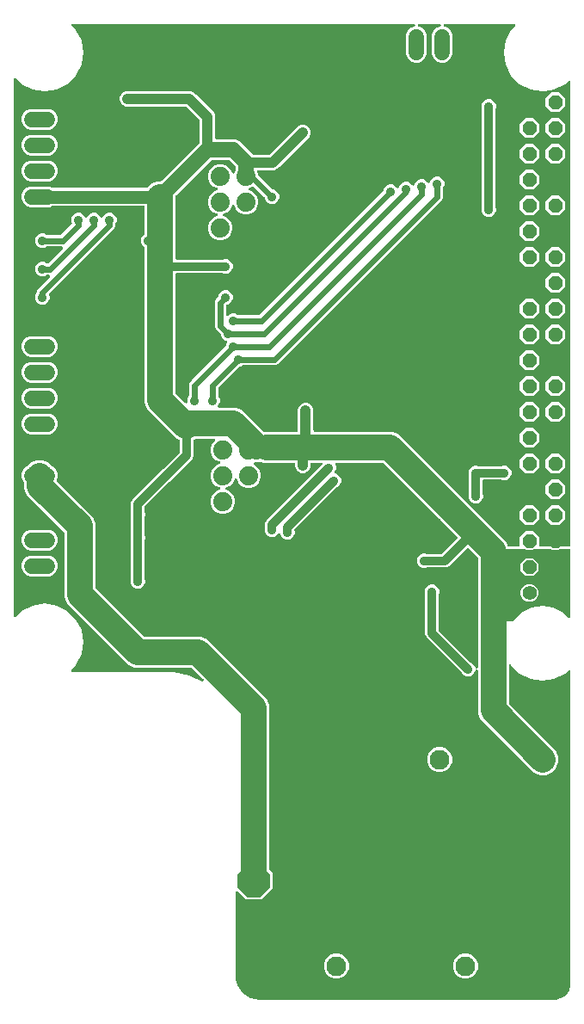
<source format=gbr>
G04 EAGLE Gerber RS-274X export*
G75*
%MOMM*%
%FSLAX34Y34*%
%LPD*%
%INBottom Copper*%
%IPPOS*%
%AMOC8*
5,1,8,0,0,1.08239X$1,22.5*%
G01*
%ADD10C,1.422400*%
%ADD11P,1.539592X8X112.500000*%
%ADD12C,1.879600*%
%ADD13C,1.524000*%
%ADD14C,1.950000*%
%ADD15P,3.436588X8X22.500000*%
%ADD16C,0.906400*%
%ADD17C,0.406400*%
%ADD18C,0.609600*%
%ADD19C,0.956400*%
%ADD20C,1.016000*%
%ADD21C,0.812800*%
%ADD22C,1.270000*%
%ADD23C,2.540000*%
%ADD24C,0.254000*%

G36*
X682521Y58423D02*
X682521Y58423D01*
X682583Y58423D01*
X684406Y58543D01*
X684450Y58551D01*
X684494Y58552D01*
X684652Y58583D01*
X688175Y59527D01*
X688254Y59560D01*
X688336Y59583D01*
X688459Y59643D01*
X688469Y59648D01*
X688473Y59650D01*
X688481Y59654D01*
X691639Y61478D01*
X691707Y61529D01*
X691781Y61573D01*
X691884Y61663D01*
X691892Y61670D01*
X691895Y61673D01*
X691902Y61679D01*
X694481Y64258D01*
X694533Y64326D01*
X694593Y64387D01*
X694669Y64501D01*
X694676Y64509D01*
X694677Y64514D01*
X694682Y64521D01*
X696506Y67679D01*
X696539Y67758D01*
X696581Y67833D01*
X696625Y67962D01*
X696629Y67972D01*
X696630Y67977D01*
X696633Y67985D01*
X697577Y71508D01*
X697583Y71552D01*
X697596Y71594D01*
X697617Y71754D01*
X697737Y73577D01*
X697735Y73598D01*
X697739Y73660D01*
X697739Y381478D01*
X697722Y381615D01*
X697709Y381754D01*
X697702Y381773D01*
X697699Y381793D01*
X697648Y381922D01*
X697601Y382054D01*
X697590Y382070D01*
X697582Y382089D01*
X697501Y382202D01*
X697423Y382317D01*
X697407Y382330D01*
X697396Y382347D01*
X697288Y382435D01*
X697184Y382527D01*
X697166Y382536D01*
X697151Y382549D01*
X697025Y382609D01*
X696901Y382672D01*
X696881Y382676D01*
X696863Y382685D01*
X696727Y382711D01*
X696591Y382741D01*
X696570Y382741D01*
X696551Y382745D01*
X696412Y382736D01*
X696273Y382732D01*
X696253Y382726D01*
X696233Y382725D01*
X696101Y382682D01*
X695967Y382643D01*
X695950Y382633D01*
X695931Y382627D01*
X695813Y382552D01*
X695693Y382482D01*
X695672Y382463D01*
X695662Y382457D01*
X695648Y382442D01*
X695573Y382375D01*
X692386Y379189D01*
X681769Y373779D01*
X670000Y371915D01*
X658231Y373779D01*
X647614Y379189D01*
X639147Y387655D01*
X639038Y387741D01*
X638931Y387829D01*
X638912Y387838D01*
X638896Y387850D01*
X638768Y387906D01*
X638643Y387965D01*
X638623Y387969D01*
X638604Y387977D01*
X638466Y387999D01*
X638330Y388025D01*
X638310Y388023D01*
X638290Y388027D01*
X638151Y388013D01*
X638013Y388005D01*
X637994Y387999D01*
X637974Y387997D01*
X637842Y387950D01*
X637711Y387907D01*
X637693Y387896D01*
X637674Y387889D01*
X637559Y387811D01*
X637442Y387737D01*
X637428Y387722D01*
X637411Y387711D01*
X637319Y387606D01*
X637224Y387505D01*
X637214Y387487D01*
X637201Y387472D01*
X637137Y387348D01*
X637070Y387227D01*
X637065Y387207D01*
X637056Y387189D01*
X637026Y387053D01*
X636991Y386919D01*
X636989Y386891D01*
X636986Y386879D01*
X636987Y386858D01*
X636981Y386758D01*
X636981Y350299D01*
X636993Y350200D01*
X636996Y350101D01*
X637013Y350043D01*
X637021Y349983D01*
X637057Y349891D01*
X637085Y349796D01*
X637115Y349744D01*
X637138Y349687D01*
X637196Y349607D01*
X637246Y349522D01*
X637312Y349447D01*
X637324Y349430D01*
X637334Y349422D01*
X637352Y349401D01*
X683480Y303273D01*
X685801Y297672D01*
X685801Y291608D01*
X683480Y286007D01*
X679193Y281720D01*
X673592Y279399D01*
X667528Y279399D01*
X661927Y281720D01*
X608820Y334827D01*
X606499Y340428D01*
X606499Y381852D01*
X606491Y381921D01*
X606492Y381991D01*
X606471Y382078D01*
X606459Y382167D01*
X606434Y382232D01*
X606417Y382300D01*
X606375Y382380D01*
X606342Y382463D01*
X606301Y382519D01*
X606269Y382581D01*
X606208Y382648D01*
X606156Y382720D01*
X606102Y382765D01*
X606055Y382817D01*
X605980Y382866D01*
X605911Y382923D01*
X605847Y382953D01*
X605789Y382991D01*
X605704Y383021D01*
X605623Y383059D01*
X605554Y383072D01*
X605488Y383095D01*
X605399Y383102D01*
X605311Y383119D01*
X605241Y383114D01*
X605171Y383120D01*
X605083Y383104D01*
X604993Y383099D01*
X604927Y383077D01*
X604858Y383065D01*
X604776Y383028D01*
X604691Y383001D01*
X604632Y382963D01*
X604568Y382935D01*
X604498Y382879D01*
X604422Y382831D01*
X604374Y382780D01*
X604320Y382736D01*
X604265Y382664D01*
X604204Y382599D01*
X604170Y382538D01*
X604128Y382482D01*
X604057Y382338D01*
X602896Y379534D01*
X600906Y377544D01*
X598307Y376467D01*
X595493Y376467D01*
X592894Y377544D01*
X590904Y379534D01*
X590533Y380430D01*
X590528Y380438D01*
X590525Y380447D01*
X590449Y380576D01*
X590375Y380706D01*
X590369Y380713D01*
X590364Y380721D01*
X590258Y380842D01*
X555741Y415359D01*
X554735Y417786D01*
X554735Y456951D01*
X554734Y456960D01*
X554735Y456969D01*
X554714Y457118D01*
X554710Y457148D01*
X554707Y457202D01*
X554701Y457220D01*
X554695Y457266D01*
X554692Y457275D01*
X554691Y457284D01*
X554639Y457437D01*
X554267Y458333D01*
X554267Y461147D01*
X555344Y463746D01*
X557334Y465736D01*
X559933Y466813D01*
X562747Y466813D01*
X565346Y465736D01*
X567336Y463746D01*
X568413Y461147D01*
X568413Y458333D01*
X568041Y457437D01*
X568039Y457428D01*
X568034Y457419D01*
X568025Y457384D01*
X568013Y457358D01*
X567997Y457275D01*
X567997Y457274D01*
X567957Y457130D01*
X567957Y457121D01*
X567955Y457112D01*
X567945Y456951D01*
X567945Y422362D01*
X567957Y422263D01*
X567960Y422164D01*
X567977Y422106D01*
X567985Y422046D01*
X568021Y421954D01*
X568049Y421859D01*
X568079Y421807D01*
X568102Y421750D01*
X568160Y421670D01*
X568210Y421585D01*
X568276Y421509D01*
X568288Y421493D01*
X568298Y421485D01*
X568316Y421464D01*
X599598Y390182D01*
X599605Y390177D01*
X599611Y390170D01*
X599730Y390080D01*
X599849Y389988D01*
X599858Y389984D01*
X599865Y389978D01*
X600010Y389907D01*
X600906Y389536D01*
X602896Y387546D01*
X604057Y384742D01*
X604092Y384682D01*
X604118Y384617D01*
X604170Y384544D01*
X604215Y384466D01*
X604263Y384416D01*
X604304Y384360D01*
X604374Y384302D01*
X604436Y384238D01*
X604496Y384201D01*
X604549Y384157D01*
X604631Y384118D01*
X604707Y384072D01*
X604774Y384051D01*
X604837Y384021D01*
X604925Y384004D01*
X605011Y383978D01*
X605081Y383975D01*
X605150Y383961D01*
X605239Y383967D01*
X605329Y383963D01*
X605397Y383977D01*
X605467Y383981D01*
X605552Y384009D01*
X605640Y384027D01*
X605703Y384058D01*
X605769Y384079D01*
X605845Y384127D01*
X605926Y384167D01*
X605979Y384212D01*
X606038Y384249D01*
X606100Y384315D01*
X606168Y384373D01*
X606208Y384430D01*
X606256Y384481D01*
X606299Y384560D01*
X606351Y384633D01*
X606376Y384698D01*
X606410Y384760D01*
X606432Y384846D01*
X606464Y384931D01*
X606472Y385000D01*
X606489Y385067D01*
X606499Y385228D01*
X606499Y492752D01*
X606487Y492850D01*
X606484Y492949D01*
X606467Y493007D01*
X606459Y493067D01*
X606423Y493160D01*
X606395Y493255D01*
X606365Y493307D01*
X606342Y493363D01*
X606284Y493443D01*
X606234Y493529D01*
X606168Y493604D01*
X606156Y493621D01*
X606146Y493628D01*
X606128Y493649D01*
X597366Y502411D01*
X597272Y502484D01*
X597183Y502563D01*
X597147Y502581D01*
X597115Y502606D01*
X597005Y502653D01*
X596900Y502707D01*
X596860Y502716D01*
X596823Y502732D01*
X596705Y502751D01*
X596589Y502777D01*
X596549Y502776D01*
X596509Y502782D01*
X596390Y502771D01*
X596272Y502767D01*
X596233Y502756D01*
X596192Y502752D01*
X596080Y502712D01*
X595966Y502679D01*
X595931Y502658D01*
X595893Y502644D01*
X595795Y502578D01*
X595692Y502517D01*
X595647Y502477D01*
X595630Y502466D01*
X595617Y502451D01*
X595571Y502411D01*
X577781Y484621D01*
X575354Y483615D01*
X556509Y483615D01*
X556500Y483614D01*
X556491Y483615D01*
X556342Y483594D01*
X556194Y483575D01*
X556185Y483572D01*
X556176Y483571D01*
X556023Y483519D01*
X555127Y483147D01*
X552313Y483147D01*
X549714Y484224D01*
X547724Y486214D01*
X546647Y488813D01*
X546647Y491627D01*
X547724Y494226D01*
X549714Y496216D01*
X552313Y497293D01*
X555127Y497293D01*
X556023Y496921D01*
X556032Y496919D01*
X556041Y496914D01*
X556185Y496877D01*
X556330Y496837D01*
X556339Y496837D01*
X556348Y496835D01*
X556509Y496825D01*
X570778Y496825D01*
X570877Y496837D01*
X570976Y496840D01*
X571034Y496857D01*
X571094Y496865D01*
X571186Y496901D01*
X571281Y496929D01*
X571333Y496959D01*
X571390Y496982D01*
X571470Y497040D01*
X571555Y497090D01*
X571631Y497156D01*
X571647Y497168D01*
X571655Y497178D01*
X571676Y497196D01*
X586231Y511751D01*
X586304Y511845D01*
X586383Y511935D01*
X586401Y511971D01*
X586426Y512003D01*
X586473Y512112D01*
X586527Y512218D01*
X586536Y512257D01*
X586552Y512294D01*
X586571Y512412D01*
X586597Y512528D01*
X586596Y512568D01*
X586602Y512608D01*
X586591Y512727D01*
X586587Y512846D01*
X586576Y512885D01*
X586572Y512925D01*
X586532Y513037D01*
X586499Y513151D01*
X586478Y513186D01*
X586464Y513224D01*
X586398Y513323D01*
X586337Y513425D01*
X586297Y513471D01*
X586286Y513487D01*
X586271Y513501D01*
X586231Y513546D01*
X513409Y586368D01*
X513331Y586428D01*
X513259Y586496D01*
X513206Y586525D01*
X513158Y586562D01*
X513067Y586602D01*
X512981Y586650D01*
X512922Y586665D01*
X512866Y586689D01*
X512768Y586704D01*
X512673Y586729D01*
X512573Y586735D01*
X512552Y586739D01*
X512540Y586737D01*
X512512Y586739D01*
X467191Y586739D01*
X467142Y586733D01*
X467092Y586735D01*
X466985Y586713D01*
X466876Y586699D01*
X466829Y586681D01*
X466781Y586671D01*
X466682Y586623D01*
X466580Y586582D01*
X466540Y586553D01*
X466495Y586531D01*
X466412Y586460D01*
X466323Y586396D01*
X466291Y586357D01*
X466253Y586325D01*
X466190Y586235D01*
X466120Y586151D01*
X466099Y586106D01*
X466070Y586065D01*
X466031Y585962D01*
X465984Y585863D01*
X465975Y585814D01*
X465957Y585768D01*
X465945Y585658D01*
X465924Y585551D01*
X465928Y585501D01*
X465922Y585452D01*
X465937Y585343D01*
X465944Y585233D01*
X465959Y585186D01*
X465966Y585137D01*
X466018Y584984D01*
X466813Y583067D01*
X466813Y580253D01*
X465720Y577616D01*
X465689Y577502D01*
X465650Y577389D01*
X465647Y577349D01*
X465637Y577310D01*
X465635Y577191D01*
X465625Y577072D01*
X465632Y577032D01*
X465631Y576992D01*
X465659Y576876D01*
X465680Y576759D01*
X465696Y576722D01*
X465706Y576682D01*
X465761Y576577D01*
X465810Y576469D01*
X465835Y576437D01*
X465854Y576401D01*
X465934Y576313D01*
X466009Y576220D01*
X466041Y576196D01*
X466068Y576166D01*
X466168Y576101D01*
X466263Y576029D01*
X466317Y576002D01*
X466334Y575991D01*
X466353Y575984D01*
X466407Y575958D01*
X468826Y574956D01*
X470816Y572966D01*
X471893Y570367D01*
X471893Y567553D01*
X470816Y564954D01*
X468826Y562964D01*
X467930Y562593D01*
X467922Y562588D01*
X467913Y562585D01*
X467784Y562509D01*
X467654Y562435D01*
X467647Y562429D01*
X467639Y562424D01*
X467518Y562318D01*
X426361Y521160D01*
X426343Y521137D01*
X426320Y521118D01*
X426245Y521012D01*
X426166Y520909D01*
X426154Y520882D01*
X426137Y520858D01*
X426091Y520736D01*
X426039Y520617D01*
X426035Y520588D01*
X426024Y520560D01*
X426010Y520432D01*
X425990Y520303D01*
X425992Y520274D01*
X425989Y520244D01*
X426007Y520116D01*
X426019Y519986D01*
X426029Y519959D01*
X426034Y519929D01*
X426086Y519777D01*
X426173Y519567D01*
X426173Y516753D01*
X425096Y514154D01*
X423106Y512164D01*
X420507Y511087D01*
X417693Y511087D01*
X415094Y512164D01*
X413104Y514154D01*
X412127Y516513D01*
X412058Y516634D01*
X411993Y516757D01*
X411979Y516772D01*
X411969Y516790D01*
X411872Y516890D01*
X411779Y516993D01*
X411762Y517004D01*
X411748Y517018D01*
X411629Y517091D01*
X411513Y517167D01*
X411494Y517174D01*
X411477Y517184D01*
X411344Y517225D01*
X411212Y517270D01*
X411192Y517272D01*
X411173Y517278D01*
X411034Y517285D01*
X410895Y517296D01*
X410875Y517292D01*
X410855Y517293D01*
X410719Y517265D01*
X410582Y517241D01*
X410563Y517233D01*
X410544Y517229D01*
X410418Y517168D01*
X410292Y517111D01*
X410276Y517098D01*
X410258Y517089D01*
X410152Y516998D01*
X410043Y516912D01*
X410031Y516896D01*
X410016Y516883D01*
X409946Y516784D01*
X407866Y514704D01*
X405267Y513627D01*
X402453Y513627D01*
X399854Y514704D01*
X397864Y516694D01*
X396787Y519293D01*
X396787Y522107D01*
X397159Y523003D01*
X397161Y523012D01*
X397166Y523021D01*
X397203Y523166D01*
X397243Y523310D01*
X397243Y523319D01*
X397245Y523328D01*
X397255Y523489D01*
X397255Y527094D01*
X398261Y529521D01*
X453098Y584358D01*
X453103Y584365D01*
X453110Y584371D01*
X453200Y584491D01*
X453292Y584609D01*
X453296Y584618D01*
X453302Y584625D01*
X453373Y584770D01*
X453461Y584984D01*
X453475Y585032D01*
X453496Y585077D01*
X453516Y585185D01*
X453545Y585291D01*
X453546Y585341D01*
X453556Y585390D01*
X453549Y585499D01*
X453551Y585609D01*
X453539Y585657D01*
X453536Y585707D01*
X453502Y585811D01*
X453476Y585918D01*
X453453Y585962D01*
X453438Y586009D01*
X453379Y586102D01*
X453328Y586199D01*
X453294Y586236D01*
X453268Y586278D01*
X453188Y586353D01*
X453114Y586435D01*
X453072Y586462D01*
X453036Y586496D01*
X452940Y586549D01*
X452848Y586609D01*
X452801Y586626D01*
X452758Y586650D01*
X452651Y586677D01*
X452547Y586713D01*
X452498Y586717D01*
X452450Y586729D01*
X452289Y586739D01*
X443230Y586739D01*
X443112Y586724D01*
X442993Y586717D01*
X442955Y586704D01*
X442914Y586699D01*
X442804Y586656D01*
X442691Y586619D01*
X442656Y586597D01*
X442619Y586582D01*
X442523Y586513D01*
X442422Y586449D01*
X442394Y586419D01*
X442361Y586396D01*
X442285Y586304D01*
X442204Y586217D01*
X442184Y586182D01*
X442159Y586151D01*
X442108Y586043D01*
X442050Y585939D01*
X442040Y585899D01*
X442023Y585863D01*
X442001Y585746D01*
X441971Y585631D01*
X441967Y585571D01*
X441963Y585551D01*
X441965Y585530D01*
X441961Y585470D01*
X441961Y582684D01*
X440801Y579883D01*
X438657Y577739D01*
X435856Y576579D01*
X432824Y576579D01*
X430023Y577739D01*
X427879Y579883D01*
X426719Y582684D01*
X426719Y585470D01*
X426704Y585588D01*
X426697Y585707D01*
X426684Y585745D01*
X426679Y585786D01*
X426636Y585896D01*
X426599Y586009D01*
X426577Y586044D01*
X426562Y586081D01*
X426493Y586177D01*
X426429Y586278D01*
X426399Y586306D01*
X426376Y586339D01*
X426284Y586415D01*
X426197Y586496D01*
X426162Y586516D01*
X426131Y586541D01*
X426023Y586592D01*
X425919Y586650D01*
X425879Y586660D01*
X425843Y586677D01*
X425726Y586699D01*
X425611Y586729D01*
X425551Y586733D01*
X425531Y586737D01*
X425510Y586735D01*
X425450Y586739D01*
X395748Y586739D01*
X393904Y587503D01*
X393809Y587529D01*
X393716Y587565D01*
X393656Y587571D01*
X393597Y587587D01*
X393498Y587589D01*
X393400Y587600D01*
X393340Y587591D01*
X393279Y587592D01*
X393183Y587569D01*
X393085Y587555D01*
X392990Y587523D01*
X392970Y587518D01*
X392959Y587512D01*
X392933Y587503D01*
X391760Y587018D01*
X387248Y587018D01*
X387179Y587009D01*
X387109Y587010D01*
X387021Y586989D01*
X386932Y586978D01*
X386867Y586952D01*
X386799Y586936D01*
X386720Y586894D01*
X386637Y586861D01*
X386580Y586820D01*
X386518Y586787D01*
X386452Y586727D01*
X386379Y586674D01*
X386335Y586620D01*
X386283Y586573D01*
X386234Y586498D01*
X386176Y586429D01*
X386147Y586366D01*
X386108Y586307D01*
X386079Y586222D01*
X386041Y586141D01*
X386028Y586073D01*
X386005Y586007D01*
X385998Y585917D01*
X385981Y585829D01*
X385985Y585759D01*
X385980Y585690D01*
X385995Y585601D01*
X386001Y585511D01*
X386022Y585445D01*
X386034Y585376D01*
X386071Y585294D01*
X386099Y585209D01*
X386136Y585150D01*
X386165Y585086D01*
X386221Y585016D01*
X386269Y584940D01*
X386320Y584892D01*
X386363Y584838D01*
X386435Y584784D01*
X386501Y584722D01*
X386562Y584689D01*
X386618Y584647D01*
X386762Y584576D01*
X387763Y584161D01*
X391121Y580803D01*
X392939Y576415D01*
X392939Y571665D01*
X391121Y567277D01*
X387763Y563919D01*
X383375Y562101D01*
X378625Y562101D01*
X374237Y563919D01*
X370879Y567277D01*
X369473Y570672D01*
X369404Y570793D01*
X369339Y570916D01*
X369325Y570931D01*
X369315Y570948D01*
X369218Y571048D01*
X369125Y571151D01*
X369108Y571162D01*
X369094Y571177D01*
X368975Y571249D01*
X368859Y571326D01*
X368840Y571332D01*
X368823Y571343D01*
X368690Y571384D01*
X368558Y571429D01*
X368538Y571431D01*
X368519Y571437D01*
X368380Y571443D01*
X368241Y571454D01*
X368221Y571451D01*
X368201Y571452D01*
X368065Y571424D01*
X367928Y571400D01*
X367909Y571392D01*
X367890Y571388D01*
X367764Y571326D01*
X367638Y571269D01*
X367622Y571257D01*
X367604Y571248D01*
X367498Y571157D01*
X367390Y571071D01*
X367377Y571055D01*
X367362Y571041D01*
X367282Y570928D01*
X367198Y570817D01*
X367186Y570791D01*
X367179Y570781D01*
X367172Y570762D01*
X367127Y570672D01*
X365721Y567277D01*
X362363Y563919D01*
X358968Y562513D01*
X358847Y562444D01*
X358724Y562379D01*
X358709Y562365D01*
X358692Y562355D01*
X358592Y562258D01*
X358489Y562165D01*
X358478Y562148D01*
X358463Y562134D01*
X358391Y562016D01*
X358314Y561899D01*
X358308Y561880D01*
X358297Y561863D01*
X358256Y561730D01*
X358211Y561598D01*
X358209Y561578D01*
X358203Y561559D01*
X358197Y561420D01*
X358186Y561281D01*
X358189Y561261D01*
X358188Y561241D01*
X358216Y561105D01*
X358240Y560968D01*
X358248Y560949D01*
X358252Y560930D01*
X358314Y560805D01*
X358371Y560678D01*
X358383Y560662D01*
X358392Y560644D01*
X358483Y560538D01*
X358569Y560430D01*
X358585Y560417D01*
X358599Y560402D01*
X358712Y560322D01*
X358823Y560238D01*
X358849Y560226D01*
X358859Y560219D01*
X358878Y560212D01*
X358968Y560167D01*
X362363Y558761D01*
X365721Y555403D01*
X367539Y551015D01*
X367539Y546265D01*
X365721Y541877D01*
X362363Y538519D01*
X357975Y536701D01*
X353225Y536701D01*
X348837Y538519D01*
X345479Y541877D01*
X343661Y546265D01*
X343661Y551015D01*
X345479Y555403D01*
X348837Y558761D01*
X352232Y560167D01*
X352353Y560236D01*
X352476Y560301D01*
X352491Y560315D01*
X352508Y560325D01*
X352608Y560422D01*
X352711Y560515D01*
X352722Y560532D01*
X352737Y560546D01*
X352809Y560665D01*
X352886Y560781D01*
X352892Y560800D01*
X352903Y560817D01*
X352944Y560950D01*
X352989Y561082D01*
X352991Y561102D01*
X352997Y561121D01*
X353003Y561260D01*
X353014Y561399D01*
X353011Y561419D01*
X353012Y561439D01*
X352984Y561575D01*
X352960Y561712D01*
X352952Y561731D01*
X352948Y561750D01*
X352886Y561876D01*
X352829Y562002D01*
X352817Y562018D01*
X352808Y562036D01*
X352717Y562142D01*
X352631Y562250D01*
X352615Y562263D01*
X352601Y562278D01*
X352488Y562358D01*
X352377Y562442D01*
X352351Y562454D01*
X352341Y562461D01*
X352322Y562468D01*
X352232Y562513D01*
X348837Y563919D01*
X345479Y567277D01*
X343661Y571665D01*
X343661Y576415D01*
X345479Y580803D01*
X348837Y584161D01*
X352232Y585567D01*
X352353Y585636D01*
X352476Y585701D01*
X352491Y585715D01*
X352508Y585725D01*
X352608Y585822D01*
X352711Y585915D01*
X352722Y585932D01*
X352737Y585946D01*
X352809Y586065D01*
X352886Y586181D01*
X352892Y586200D01*
X352903Y586217D01*
X352944Y586350D01*
X352989Y586482D01*
X352991Y586502D01*
X352997Y586521D01*
X353003Y586660D01*
X353014Y586799D01*
X353011Y586819D01*
X353012Y586839D01*
X352984Y586975D01*
X352960Y587112D01*
X352952Y587131D01*
X352948Y587150D01*
X352886Y587276D01*
X352829Y587402D01*
X352817Y587418D01*
X352808Y587436D01*
X352717Y587542D01*
X352631Y587650D01*
X352615Y587663D01*
X352601Y587678D01*
X352488Y587758D01*
X352377Y587842D01*
X352351Y587854D01*
X352341Y587861D01*
X352322Y587868D01*
X352232Y587913D01*
X348837Y589319D01*
X345479Y592677D01*
X343661Y597065D01*
X343661Y601815D01*
X345479Y606203D01*
X347471Y608195D01*
X347556Y608304D01*
X347644Y608411D01*
X347653Y608430D01*
X347666Y608446D01*
X347721Y608574D01*
X347780Y608699D01*
X347784Y608719D01*
X347792Y608738D01*
X347814Y608876D01*
X347840Y609012D01*
X347839Y609032D01*
X347842Y609052D01*
X347829Y609191D01*
X347820Y609329D01*
X347814Y609348D01*
X347812Y609368D01*
X347765Y609500D01*
X347722Y609631D01*
X347711Y609649D01*
X347704Y609668D01*
X347626Y609783D01*
X347552Y609900D01*
X347537Y609914D01*
X347526Y609931D01*
X347421Y610023D01*
X347320Y610118D01*
X347303Y610128D01*
X347287Y610141D01*
X347163Y610205D01*
X347042Y610272D01*
X347022Y610277D01*
X347004Y610286D01*
X346868Y610316D01*
X346734Y610351D01*
X346706Y610353D01*
X346694Y610356D01*
X346673Y610355D01*
X346573Y610361D01*
X329419Y610361D01*
X329320Y610349D01*
X329221Y610346D01*
X329163Y610329D01*
X329103Y610321D01*
X329011Y610285D01*
X328916Y610257D01*
X328864Y610227D01*
X328807Y610204D01*
X328784Y610187D01*
X327428Y609626D01*
X327403Y609611D01*
X327375Y609602D01*
X327265Y609533D01*
X327152Y609468D01*
X327131Y609448D01*
X327106Y609432D01*
X327017Y609338D01*
X326924Y609247D01*
X326908Y609222D01*
X326888Y609200D01*
X326825Y609087D01*
X326757Y608976D01*
X326749Y608948D01*
X326734Y608922D01*
X326702Y608796D01*
X326664Y608672D01*
X326662Y608643D01*
X326655Y608614D01*
X326645Y608453D01*
X326645Y593046D01*
X325639Y590619D01*
X306362Y571342D01*
X306357Y571335D01*
X306350Y571329D01*
X306260Y571210D01*
X306168Y571091D01*
X306164Y571082D01*
X306158Y571075D01*
X306087Y570930D01*
X305716Y570034D01*
X303726Y568044D01*
X302830Y567673D01*
X302822Y567668D01*
X302813Y567665D01*
X302684Y567590D01*
X302554Y567515D01*
X302547Y567509D01*
X302539Y567504D01*
X302418Y567398D01*
X278756Y543736D01*
X278696Y543658D01*
X278628Y543586D01*
X278599Y543533D01*
X278562Y543485D01*
X278522Y543394D01*
X278474Y543307D01*
X278459Y543249D01*
X278435Y543193D01*
X278420Y543095D01*
X278395Y542999D01*
X278389Y542899D01*
X278385Y542879D01*
X278387Y542866D01*
X278385Y542838D01*
X278385Y538729D01*
X278386Y538720D01*
X278385Y538711D01*
X278406Y538562D01*
X278425Y538414D01*
X278428Y538405D01*
X278429Y538396D01*
X278481Y538243D01*
X278853Y537347D01*
X278853Y534533D01*
X278481Y533637D01*
X278479Y533628D01*
X278474Y533619D01*
X278437Y533475D01*
X278397Y533330D01*
X278397Y533321D01*
X278395Y533312D01*
X278388Y533206D01*
X278387Y533201D01*
X278388Y533196D01*
X278385Y533151D01*
X278385Y515869D01*
X278386Y515860D01*
X278385Y515851D01*
X278406Y515702D01*
X278425Y515554D01*
X278428Y515545D01*
X278429Y515536D01*
X278481Y515383D01*
X278853Y514487D01*
X278853Y511673D01*
X278481Y510777D01*
X278479Y510768D01*
X278474Y510759D01*
X278455Y510682D01*
X278447Y510667D01*
X278437Y510616D01*
X278437Y510615D01*
X278397Y510470D01*
X278397Y510461D01*
X278395Y510452D01*
X278389Y510366D01*
X278387Y510354D01*
X278388Y510343D01*
X278385Y510291D01*
X278385Y472689D01*
X278386Y472680D01*
X278385Y472671D01*
X278406Y472522D01*
X278425Y472374D01*
X278428Y472365D01*
X278429Y472356D01*
X278481Y472203D01*
X278853Y471307D01*
X278853Y468493D01*
X277776Y465894D01*
X275786Y463904D01*
X273187Y462827D01*
X270373Y462827D01*
X267774Y463904D01*
X265784Y465894D01*
X264707Y468493D01*
X264707Y471307D01*
X265079Y472203D01*
X265081Y472212D01*
X265086Y472221D01*
X265123Y472365D01*
X265163Y472510D01*
X265163Y472519D01*
X265165Y472528D01*
X265175Y472689D01*
X265175Y510291D01*
X265174Y510300D01*
X265175Y510309D01*
X265158Y510432D01*
X265153Y510511D01*
X265144Y510538D01*
X265135Y510606D01*
X265132Y510615D01*
X265131Y510624D01*
X265079Y510777D01*
X264707Y511673D01*
X264707Y514487D01*
X265079Y515383D01*
X265081Y515392D01*
X265086Y515401D01*
X265123Y515545D01*
X265163Y515690D01*
X265163Y515699D01*
X265165Y515708D01*
X265175Y515869D01*
X265175Y533151D01*
X265174Y533160D01*
X265175Y533169D01*
X265156Y533302D01*
X265153Y533357D01*
X265147Y533376D01*
X265135Y533466D01*
X265132Y533475D01*
X265131Y533484D01*
X265079Y533637D01*
X264707Y534533D01*
X264707Y537347D01*
X265079Y538243D01*
X265081Y538252D01*
X265086Y538261D01*
X265123Y538405D01*
X265163Y538550D01*
X265163Y538559D01*
X265165Y538568D01*
X265175Y538729D01*
X265175Y547414D01*
X266181Y549841D01*
X293078Y576738D01*
X293083Y576745D01*
X293091Y576751D01*
X293181Y576871D01*
X293272Y576989D01*
X293276Y576998D01*
X293282Y577005D01*
X293353Y577150D01*
X293724Y578046D01*
X295714Y580036D01*
X296610Y580407D01*
X296618Y580412D01*
X296627Y580415D01*
X296756Y580491D01*
X296886Y580565D01*
X296893Y580571D01*
X296901Y580576D01*
X297022Y580682D01*
X313064Y596724D01*
X313124Y596802D01*
X313192Y596874D01*
X313221Y596927D01*
X313258Y596975D01*
X313298Y597066D01*
X313346Y597153D01*
X313361Y597211D01*
X313385Y597267D01*
X313400Y597365D01*
X313425Y597461D01*
X313431Y597561D01*
X313435Y597581D01*
X313433Y597594D01*
X313435Y597622D01*
X313435Y608138D01*
X313432Y608167D01*
X313434Y608196D01*
X313412Y608325D01*
X313395Y608453D01*
X313385Y608481D01*
X313380Y608510D01*
X313326Y608628D01*
X313278Y608749D01*
X313261Y608773D01*
X313249Y608800D01*
X313168Y608901D01*
X313092Y609006D01*
X313069Y609025D01*
X313050Y609048D01*
X312947Y609126D01*
X312847Y609209D01*
X312820Y609222D01*
X312796Y609239D01*
X312652Y609310D01*
X310645Y610142D01*
X306179Y614607D01*
X285363Y635423D01*
X280897Y639889D01*
X278577Y645491D01*
X278577Y798070D01*
X278573Y798099D01*
X278576Y798128D01*
X278553Y798256D01*
X278537Y798385D01*
X278526Y798413D01*
X278521Y798442D01*
X278468Y798560D01*
X278420Y798681D01*
X278403Y798705D01*
X278390Y798732D01*
X278309Y798833D01*
X278233Y798938D01*
X278210Y798957D01*
X278192Y798980D01*
X278088Y799058D01*
X277988Y799141D01*
X277967Y799151D01*
X275944Y801174D01*
X274867Y803773D01*
X274867Y806587D01*
X275944Y809186D01*
X277985Y811227D01*
X278069Y811275D01*
X278091Y811296D01*
X278116Y811312D01*
X278205Y811406D01*
X278298Y811496D01*
X278313Y811522D01*
X278334Y811543D01*
X278396Y811657D01*
X278464Y811768D01*
X278473Y811796D01*
X278487Y811822D01*
X278520Y811947D01*
X278558Y812071D01*
X278559Y812101D01*
X278567Y812130D01*
X278577Y812290D01*
X278577Y838200D01*
X278562Y838318D01*
X278555Y838437D01*
X278542Y838475D01*
X278537Y838516D01*
X278493Y838626D01*
X278457Y838739D01*
X278435Y838774D01*
X278420Y838811D01*
X278350Y838907D01*
X278286Y839008D01*
X278257Y839036D01*
X278233Y839069D01*
X278141Y839145D01*
X278055Y839226D01*
X278019Y839246D01*
X277988Y839271D01*
X277881Y839322D01*
X277776Y839380D01*
X277737Y839390D01*
X277700Y839407D01*
X277584Y839429D01*
X277468Y839459D01*
X277408Y839463D01*
X277388Y839467D01*
X277368Y839465D01*
X277308Y839469D01*
X188220Y839469D01*
X188210Y839468D01*
X188201Y839469D01*
X188052Y839448D01*
X187904Y839429D01*
X187895Y839426D01*
X187886Y839425D01*
X187734Y839373D01*
X184901Y838199D01*
X165619Y838199D01*
X161884Y839746D01*
X159026Y842604D01*
X157479Y846339D01*
X157479Y850381D01*
X159026Y854116D01*
X161884Y856974D01*
X165619Y858521D01*
X184901Y858521D01*
X187734Y857347D01*
X187743Y857345D01*
X187751Y857340D01*
X187896Y857303D01*
X188041Y857263D01*
X188050Y857263D01*
X188059Y857261D01*
X188220Y857251D01*
X280629Y857251D01*
X280727Y857263D01*
X280826Y857266D01*
X280884Y857283D01*
X280945Y857291D01*
X281037Y857327D01*
X281132Y857355D01*
X281184Y857385D01*
X281240Y857408D01*
X281320Y857466D01*
X281406Y857516D01*
X281481Y857582D01*
X281498Y857594D01*
X281505Y857604D01*
X281526Y857622D01*
X285184Y861280D01*
X290786Y863601D01*
X294163Y863601D01*
X294261Y863613D01*
X294360Y863616D01*
X294419Y863633D01*
X294479Y863641D01*
X294571Y863677D01*
X294666Y863705D01*
X294718Y863735D01*
X294774Y863758D01*
X294854Y863816D01*
X294940Y863866D01*
X295015Y863932D01*
X295032Y863944D01*
X295039Y863954D01*
X295061Y863972D01*
X332307Y901219D01*
X332368Y901297D01*
X332436Y901369D01*
X332465Y901422D01*
X332502Y901470D01*
X332541Y901561D01*
X332589Y901648D01*
X332604Y901706D01*
X332628Y901762D01*
X332644Y901860D01*
X332669Y901956D01*
X332675Y902056D01*
X332678Y902076D01*
X332677Y902088D01*
X332679Y902116D01*
X332679Y923478D01*
X332666Y923576D01*
X332663Y923675D01*
X332647Y923733D01*
X332639Y923794D01*
X332603Y923886D01*
X332575Y923981D01*
X332544Y924033D01*
X332522Y924089D01*
X332464Y924169D01*
X332414Y924255D01*
X332347Y924330D01*
X332335Y924347D01*
X332326Y924354D01*
X332307Y924376D01*
X319795Y936888D01*
X319717Y936948D01*
X319645Y937016D01*
X319592Y937045D01*
X319544Y937082D01*
X319453Y937122D01*
X319366Y937170D01*
X319308Y937185D01*
X319252Y937209D01*
X319154Y937224D01*
X319058Y937249D01*
X318958Y937255D01*
X318938Y937259D01*
X318926Y937257D01*
X318898Y937259D01*
X260104Y937259D01*
X257303Y938419D01*
X255159Y940563D01*
X253999Y943364D01*
X253999Y946396D01*
X255159Y949197D01*
X257303Y951341D01*
X260104Y952501D01*
X324096Y952501D01*
X326897Y951341D01*
X329219Y949018D01*
X346760Y931477D01*
X347920Y928676D01*
X347920Y906272D01*
X347935Y906154D01*
X347943Y906035D01*
X347955Y905997D01*
X347960Y905956D01*
X348004Y905846D01*
X348041Y905733D01*
X348062Y905698D01*
X348077Y905661D01*
X348147Y905565D01*
X348211Y905464D01*
X348240Y905436D01*
X348264Y905403D01*
X348356Y905327D01*
X348442Y905246D01*
X348478Y905226D01*
X348509Y905201D01*
X348617Y905150D01*
X348721Y905092D01*
X348760Y905082D01*
X348797Y905065D01*
X348914Y905043D01*
X349029Y905013D01*
X349089Y905009D01*
X349109Y905005D01*
X349129Y905007D01*
X349190Y905003D01*
X367842Y905003D01*
X371576Y903456D01*
X384837Y890195D01*
X384915Y890134D01*
X384987Y890066D01*
X385040Y890037D01*
X385088Y890000D01*
X385179Y889961D01*
X385266Y889913D01*
X385324Y889898D01*
X385380Y889874D01*
X385478Y889858D01*
X385574Y889833D01*
X385674Y889827D01*
X385694Y889824D01*
X385706Y889825D01*
X385734Y889823D01*
X401000Y889823D01*
X401098Y889836D01*
X401197Y889839D01*
X401255Y889855D01*
X401316Y889863D01*
X401408Y889899D01*
X401503Y889927D01*
X401555Y889958D01*
X401611Y889980D01*
X401691Y890038D01*
X401777Y890088D01*
X401852Y890155D01*
X401869Y890167D01*
X401876Y890176D01*
X401898Y890195D01*
X430023Y918321D01*
X432824Y919481D01*
X435856Y919481D01*
X438657Y918321D01*
X440801Y916177D01*
X441961Y913376D01*
X441961Y910344D01*
X440801Y907543D01*
X411321Y878064D01*
X408999Y875742D01*
X406198Y874582D01*
X390837Y874582D01*
X390788Y874575D01*
X390739Y874578D01*
X390631Y874556D01*
X390522Y874542D01*
X390476Y874524D01*
X390427Y874513D01*
X390328Y874465D01*
X390226Y874425D01*
X390186Y874396D01*
X390141Y874374D01*
X390058Y874302D01*
X389969Y874238D01*
X389937Y874200D01*
X389899Y874167D01*
X389836Y874077D01*
X389766Y873993D01*
X389745Y873948D01*
X389716Y873907D01*
X389677Y873804D01*
X389631Y873705D01*
X389621Y873657D01*
X389604Y873610D01*
X389591Y873501D01*
X389571Y873393D01*
X389574Y873343D01*
X389568Y873294D01*
X389584Y873185D01*
X389590Y873075D01*
X389606Y873028D01*
X389613Y872979D01*
X389665Y872827D01*
X390399Y871055D01*
X390399Y870251D01*
X390411Y870152D01*
X390414Y870053D01*
X390431Y869995D01*
X390439Y869935D01*
X390475Y869843D01*
X390503Y869748D01*
X390533Y869696D01*
X390556Y869639D01*
X390614Y869559D01*
X390664Y869474D01*
X390730Y869399D01*
X390742Y869382D01*
X390752Y869374D01*
X390770Y869353D01*
X404319Y855804D01*
X404397Y855744D01*
X404470Y855676D01*
X404523Y855647D01*
X404570Y855610D01*
X404661Y855570D01*
X404748Y855522D01*
X404807Y855507D01*
X404862Y855483D01*
X404960Y855468D01*
X405056Y855443D01*
X405156Y855437D01*
X405176Y855433D01*
X405189Y855435D01*
X405217Y855433D01*
X405267Y855433D01*
X407866Y854356D01*
X409856Y852366D01*
X410933Y849767D01*
X410933Y846953D01*
X409856Y844354D01*
X407866Y842364D01*
X405267Y841287D01*
X402453Y841287D01*
X399854Y842364D01*
X397864Y844354D01*
X396787Y846953D01*
X396787Y847003D01*
X396775Y847102D01*
X396772Y847201D01*
X396755Y847259D01*
X396747Y847319D01*
X396711Y847411D01*
X396683Y847506D01*
X396653Y847558D01*
X396630Y847615D01*
X396572Y847695D01*
X396522Y847780D01*
X396456Y847855D01*
X396444Y847872D01*
X396434Y847880D01*
X396416Y847901D01*
X386201Y858116D01*
X386177Y858134D01*
X386158Y858156D01*
X386052Y858231D01*
X385949Y858311D01*
X385922Y858322D01*
X385898Y858339D01*
X385777Y858385D01*
X385657Y858437D01*
X385628Y858442D01*
X385601Y858452D01*
X385472Y858467D01*
X385343Y858487D01*
X385314Y858484D01*
X385285Y858487D01*
X385156Y858469D01*
X385027Y858457D01*
X384999Y858447D01*
X384970Y858443D01*
X384817Y858391D01*
X381828Y857153D01*
X381707Y857084D01*
X381584Y857019D01*
X381569Y857005D01*
X381552Y856995D01*
X381452Y856898D01*
X381349Y856805D01*
X381338Y856788D01*
X381323Y856774D01*
X381250Y856655D01*
X381174Y856539D01*
X381168Y856520D01*
X381157Y856503D01*
X381116Y856370D01*
X381071Y856238D01*
X381069Y856218D01*
X381063Y856199D01*
X381057Y856060D01*
X381046Y855921D01*
X381049Y855901D01*
X381048Y855881D01*
X381076Y855745D01*
X381100Y855608D01*
X381108Y855589D01*
X381112Y855570D01*
X381174Y855444D01*
X381231Y855318D01*
X381243Y855302D01*
X381252Y855284D01*
X381343Y855178D01*
X381429Y855070D01*
X381445Y855057D01*
X381459Y855042D01*
X381572Y854962D01*
X381683Y854878D01*
X381709Y854866D01*
X381719Y854859D01*
X381738Y854852D01*
X381828Y854807D01*
X385223Y853401D01*
X388581Y850043D01*
X390399Y845655D01*
X390399Y840905D01*
X388581Y836517D01*
X385223Y833159D01*
X380835Y831341D01*
X376085Y831341D01*
X371697Y833159D01*
X368339Y836517D01*
X366933Y839912D01*
X366864Y840033D01*
X366799Y840156D01*
X366785Y840171D01*
X366775Y840188D01*
X366678Y840288D01*
X366585Y840391D01*
X366568Y840402D01*
X366554Y840417D01*
X366436Y840489D01*
X366319Y840566D01*
X366300Y840572D01*
X366283Y840583D01*
X366150Y840624D01*
X366018Y840669D01*
X365998Y840671D01*
X365979Y840677D01*
X365840Y840683D01*
X365701Y840694D01*
X365681Y840691D01*
X365661Y840692D01*
X365525Y840664D01*
X365388Y840640D01*
X365369Y840632D01*
X365350Y840628D01*
X365225Y840566D01*
X365098Y840509D01*
X365082Y840497D01*
X365064Y840488D01*
X364958Y840397D01*
X364850Y840311D01*
X364837Y840295D01*
X364822Y840281D01*
X364742Y840168D01*
X364658Y840057D01*
X364646Y840031D01*
X364639Y840021D01*
X364632Y840002D01*
X364587Y839912D01*
X363181Y836517D01*
X359823Y833159D01*
X356428Y831753D01*
X356307Y831684D01*
X356184Y831619D01*
X356169Y831605D01*
X356152Y831595D01*
X356052Y831498D01*
X355949Y831405D01*
X355938Y831388D01*
X355923Y831374D01*
X355851Y831255D01*
X355774Y831139D01*
X355768Y831120D01*
X355757Y831103D01*
X355716Y830970D01*
X355671Y830838D01*
X355669Y830818D01*
X355663Y830799D01*
X355657Y830660D01*
X355646Y830521D01*
X355649Y830501D01*
X355648Y830481D01*
X355676Y830345D01*
X355700Y830208D01*
X355708Y830189D01*
X355712Y830170D01*
X355774Y830044D01*
X355831Y829918D01*
X355843Y829902D01*
X355852Y829884D01*
X355943Y829778D01*
X356029Y829670D01*
X356045Y829657D01*
X356059Y829642D01*
X356172Y829562D01*
X356283Y829478D01*
X356309Y829466D01*
X356319Y829459D01*
X356338Y829452D01*
X356428Y829407D01*
X359823Y828001D01*
X363181Y824643D01*
X364999Y820255D01*
X364999Y815505D01*
X363181Y811117D01*
X359823Y807759D01*
X355435Y805941D01*
X350685Y805941D01*
X346297Y807759D01*
X342939Y811117D01*
X341121Y815505D01*
X341121Y820255D01*
X342939Y824643D01*
X346297Y828001D01*
X349692Y829407D01*
X349813Y829476D01*
X349936Y829541D01*
X349951Y829555D01*
X349968Y829565D01*
X350068Y829662D01*
X350171Y829755D01*
X350182Y829772D01*
X350197Y829786D01*
X350269Y829904D01*
X350346Y830021D01*
X350352Y830040D01*
X350363Y830057D01*
X350404Y830190D01*
X350449Y830322D01*
X350451Y830342D01*
X350457Y830361D01*
X350463Y830500D01*
X350474Y830639D01*
X350471Y830659D01*
X350472Y830679D01*
X350444Y830815D01*
X350420Y830952D01*
X350412Y830971D01*
X350408Y830990D01*
X350346Y831115D01*
X350289Y831242D01*
X350277Y831258D01*
X350268Y831276D01*
X350177Y831382D01*
X350091Y831490D01*
X350075Y831503D01*
X350061Y831518D01*
X349948Y831598D01*
X349837Y831682D01*
X349811Y831694D01*
X349801Y831701D01*
X349782Y831708D01*
X349692Y831753D01*
X346297Y833159D01*
X342939Y836517D01*
X341121Y840905D01*
X341121Y845655D01*
X342939Y850043D01*
X346297Y853401D01*
X349692Y854807D01*
X349813Y854876D01*
X349936Y854941D01*
X349951Y854955D01*
X349968Y854965D01*
X350068Y855062D01*
X350171Y855155D01*
X350182Y855172D01*
X350197Y855186D01*
X350270Y855305D01*
X350346Y855421D01*
X350352Y855440D01*
X350363Y855457D01*
X350404Y855590D01*
X350449Y855722D01*
X350451Y855742D01*
X350457Y855761D01*
X350463Y855900D01*
X350474Y856039D01*
X350471Y856059D01*
X350472Y856079D01*
X350444Y856215D01*
X350420Y856352D01*
X350412Y856371D01*
X350407Y856390D01*
X350346Y856516D01*
X350289Y856642D01*
X350277Y856658D01*
X350268Y856676D01*
X350177Y856782D01*
X350091Y856890D01*
X350075Y856903D01*
X350061Y856918D01*
X349948Y856998D01*
X349837Y857082D01*
X349811Y857094D01*
X349801Y857101D01*
X349782Y857108D01*
X349692Y857153D01*
X346297Y858559D01*
X342939Y861917D01*
X341121Y866305D01*
X341121Y871055D01*
X342939Y875443D01*
X346297Y878801D01*
X350685Y880619D01*
X355435Y880619D01*
X359823Y878801D01*
X363181Y875443D01*
X364587Y872048D01*
X364656Y871927D01*
X364721Y871804D01*
X364735Y871789D01*
X364745Y871772D01*
X364842Y871672D01*
X364935Y871569D01*
X364952Y871558D01*
X364966Y871543D01*
X365085Y871471D01*
X365201Y871394D01*
X365220Y871388D01*
X365237Y871377D01*
X365370Y871336D01*
X365502Y871291D01*
X365522Y871289D01*
X365541Y871283D01*
X365680Y871277D01*
X365819Y871266D01*
X365839Y871269D01*
X365859Y871268D01*
X365995Y871296D01*
X366132Y871320D01*
X366151Y871328D01*
X366170Y871333D01*
X366295Y871394D01*
X366422Y871451D01*
X366438Y871463D01*
X366456Y871472D01*
X366562Y871563D01*
X366670Y871649D01*
X366683Y871665D01*
X366698Y871679D01*
X366778Y871792D01*
X366862Y871903D01*
X366874Y871929D01*
X366881Y871939D01*
X366888Y871958D01*
X366933Y872048D01*
X368203Y875114D01*
X368205Y875123D01*
X368210Y875131D01*
X368247Y875276D01*
X368287Y875421D01*
X368287Y875430D01*
X368289Y875439D01*
X368299Y875600D01*
X368299Y877468D01*
X368287Y877566D01*
X368284Y877665D01*
X368267Y877723D01*
X368259Y877783D01*
X368223Y877876D01*
X368195Y877971D01*
X368165Y878023D01*
X368142Y878079D01*
X368084Y878159D01*
X368034Y878245D01*
X367968Y878320D01*
X367956Y878336D01*
X367946Y878344D01*
X367928Y878365D01*
X361983Y884310D01*
X361905Y884370D01*
X361833Y884438D01*
X361780Y884467D01*
X361732Y884504D01*
X361641Y884544D01*
X361555Y884592D01*
X361496Y884607D01*
X361440Y884631D01*
X361342Y884646D01*
X361247Y884671D01*
X361147Y884677D01*
X361126Y884681D01*
X361114Y884679D01*
X361086Y884681D01*
X345034Y884681D01*
X344936Y884669D01*
X344837Y884666D01*
X344779Y884649D01*
X344719Y884641D01*
X344626Y884605D01*
X344531Y884577D01*
X344479Y884547D01*
X344423Y884524D01*
X344343Y884466D01*
X344257Y884416D01*
X344182Y884350D01*
X344166Y884338D01*
X344158Y884328D01*
X344137Y884310D01*
X309430Y849603D01*
X309369Y849525D01*
X309302Y849453D01*
X309272Y849400D01*
X309235Y849352D01*
X309196Y849261D01*
X309148Y849174D01*
X309133Y849116D01*
X309109Y849060D01*
X309093Y848962D01*
X309069Y848866D01*
X309062Y848766D01*
X309059Y848746D01*
X309060Y848734D01*
X309058Y848706D01*
X309058Y787654D01*
X309073Y787536D01*
X309081Y787417D01*
X309093Y787379D01*
X309098Y787338D01*
X309142Y787228D01*
X309179Y787115D01*
X309200Y787080D01*
X309215Y787043D01*
X309285Y786947D01*
X309349Y786846D01*
X309378Y786818D01*
X309402Y786785D01*
X309494Y786709D01*
X309580Y786628D01*
X309616Y786608D01*
X309647Y786583D01*
X309755Y786532D01*
X309859Y786474D01*
X309898Y786464D01*
X309935Y786447D01*
X310052Y786425D01*
X310167Y786395D01*
X310227Y786391D01*
X310247Y786387D01*
X310267Y786389D01*
X310328Y786385D01*
X355351Y786385D01*
X355360Y786386D01*
X355369Y786385D01*
X355518Y786406D01*
X355666Y786425D01*
X355675Y786428D01*
X355684Y786429D01*
X355837Y786481D01*
X356733Y786853D01*
X359547Y786853D01*
X362146Y785776D01*
X364136Y783786D01*
X365213Y781187D01*
X365213Y778373D01*
X364136Y775774D01*
X362146Y773784D01*
X359547Y772707D01*
X356733Y772707D01*
X355837Y773079D01*
X355828Y773081D01*
X355819Y773086D01*
X355674Y773123D01*
X355530Y773163D01*
X355521Y773163D01*
X355512Y773165D01*
X355351Y773175D01*
X310328Y773175D01*
X310209Y773160D01*
X310091Y773153D01*
X310052Y773140D01*
X310012Y773135D01*
X309901Y773092D01*
X309788Y773055D01*
X309754Y773033D01*
X309716Y773018D01*
X309620Y772949D01*
X309519Y772885D01*
X309492Y772855D01*
X309459Y772832D01*
X309383Y772740D01*
X309302Y772653D01*
X309282Y772618D01*
X309256Y772587D01*
X309206Y772479D01*
X309148Y772375D01*
X309138Y772335D01*
X309121Y772299D01*
X309098Y772182D01*
X309069Y772067D01*
X309065Y772007D01*
X309061Y771987D01*
X309062Y771966D01*
X309058Y771906D01*
X309058Y655361D01*
X309071Y655263D01*
X309074Y655164D01*
X309091Y655106D01*
X309098Y655045D01*
X309135Y654953D01*
X309162Y654858D01*
X309193Y654806D01*
X309215Y654750D01*
X309273Y654670D01*
X309324Y654584D01*
X309390Y654509D01*
X309402Y654492D01*
X309411Y654485D01*
X309430Y654464D01*
X318421Y645473D01*
X318530Y645388D01*
X318637Y645299D01*
X318656Y645291D01*
X318672Y645278D01*
X318800Y645223D01*
X318925Y645164D01*
X318945Y645160D01*
X318964Y645152D01*
X319102Y645130D01*
X319238Y645104D01*
X319258Y645105D01*
X319278Y645102D01*
X319417Y645115D01*
X319555Y645124D01*
X319574Y645130D01*
X319594Y645132D01*
X319726Y645179D01*
X319857Y645222D01*
X319875Y645233D01*
X319894Y645239D01*
X320009Y645317D01*
X320126Y645392D01*
X320140Y645407D01*
X320157Y645418D01*
X320248Y645522D01*
X320344Y645623D01*
X320354Y645641D01*
X320367Y645656D01*
X320431Y645780D01*
X320498Y645902D01*
X320503Y645922D01*
X320512Y645940D01*
X320542Y646075D01*
X320577Y646210D01*
X320579Y646238D01*
X320582Y646250D01*
X320581Y646270D01*
X320587Y646371D01*
X320587Y649107D01*
X321664Y651706D01*
X321700Y651742D01*
X321760Y651820D01*
X321828Y651892D01*
X321857Y651945D01*
X321894Y651993D01*
X321934Y652084D01*
X321982Y652171D01*
X321997Y652229D01*
X322021Y652285D01*
X322036Y652383D01*
X322061Y652479D01*
X322067Y652579D01*
X322071Y652599D01*
X322069Y652611D01*
X322071Y652639D01*
X322071Y664052D01*
X322922Y666106D01*
X324673Y667856D01*
X358316Y701499D01*
X358376Y701577D01*
X358444Y701650D01*
X358473Y701703D01*
X358510Y701750D01*
X358550Y701841D01*
X358598Y701928D01*
X358613Y701987D01*
X358637Y702042D01*
X358652Y702140D01*
X358677Y702236D01*
X358683Y702336D01*
X358687Y702356D01*
X358685Y702369D01*
X358687Y702397D01*
X358687Y702447D01*
X359779Y705084D01*
X359811Y705198D01*
X359850Y705311D01*
X359853Y705352D01*
X359863Y705390D01*
X359865Y705509D01*
X359875Y705628D01*
X359868Y705668D01*
X359868Y705708D01*
X359841Y705824D01*
X359820Y705942D01*
X359804Y705978D01*
X359794Y706018D01*
X359739Y706123D01*
X359690Y706231D01*
X359665Y706263D01*
X359646Y706299D01*
X359566Y706387D01*
X359491Y706480D01*
X359459Y706504D01*
X359432Y706534D01*
X359332Y706600D01*
X359237Y706671D01*
X359183Y706698D01*
X359166Y706709D01*
X359147Y706716D01*
X359093Y706742D01*
X356674Y707744D01*
X354684Y709734D01*
X353607Y712333D01*
X353607Y712383D01*
X353595Y712482D01*
X353592Y712581D01*
X353575Y712639D01*
X353567Y712699D01*
X353531Y712791D01*
X353503Y712886D01*
X353473Y712938D01*
X353450Y712995D01*
X353392Y713075D01*
X353342Y713160D01*
X353276Y713235D01*
X353264Y713252D01*
X353254Y713260D01*
X353236Y713281D01*
X348322Y718194D01*
X347471Y720248D01*
X347471Y745332D01*
X348322Y747386D01*
X350696Y749759D01*
X350756Y749837D01*
X350824Y749910D01*
X350853Y749963D01*
X350890Y750010D01*
X350930Y750101D01*
X350978Y750188D01*
X350993Y750247D01*
X351017Y750302D01*
X351032Y750400D01*
X351057Y750496D01*
X351063Y750596D01*
X351067Y750616D01*
X351065Y750629D01*
X351067Y750657D01*
X351067Y750707D01*
X352144Y753306D01*
X354134Y755296D01*
X356733Y756373D01*
X359547Y756373D01*
X362146Y755296D01*
X364136Y753306D01*
X365213Y750707D01*
X365213Y747893D01*
X364136Y745294D01*
X362146Y743304D01*
X359432Y742180D01*
X359407Y742165D01*
X359379Y742156D01*
X359269Y742087D01*
X359156Y742022D01*
X359135Y742002D01*
X359110Y741986D01*
X359021Y741891D01*
X358928Y741801D01*
X358912Y741776D01*
X358892Y741754D01*
X358829Y741641D01*
X358761Y741530D01*
X358753Y741502D01*
X358738Y741476D01*
X358706Y741350D01*
X358668Y741226D01*
X358666Y741196D01*
X358659Y741168D01*
X358649Y741007D01*
X358649Y732395D01*
X358666Y732257D01*
X358679Y732119D01*
X358686Y732100D01*
X358689Y732080D01*
X358740Y731951D01*
X358787Y731820D01*
X358798Y731803D01*
X358806Y731784D01*
X358887Y731672D01*
X358965Y731557D01*
X358981Y731543D01*
X358992Y731527D01*
X359100Y731438D01*
X359204Y731346D01*
X359222Y731337D01*
X359237Y731324D01*
X359363Y731265D01*
X359487Y731201D01*
X359507Y731197D01*
X359525Y731188D01*
X359662Y731162D01*
X359797Y731132D01*
X359818Y731132D01*
X359837Y731129D01*
X359976Y731137D01*
X360115Y731141D01*
X360135Y731147D01*
X360155Y731148D01*
X360287Y731191D01*
X360421Y731230D01*
X360438Y731240D01*
X360457Y731246D01*
X360575Y731321D01*
X360695Y731391D01*
X360716Y731410D01*
X360726Y731417D01*
X360740Y731432D01*
X360815Y731498D01*
X361754Y732436D01*
X364353Y733513D01*
X367167Y733513D01*
X369766Y732436D01*
X369802Y732400D01*
X369880Y732340D01*
X369952Y732272D01*
X370005Y732243D01*
X370053Y732206D01*
X370144Y732166D01*
X370231Y732118D01*
X370289Y732103D01*
X370345Y732079D01*
X370443Y732064D01*
X370539Y732039D01*
X370639Y732033D01*
X370659Y732029D01*
X370671Y732031D01*
X370699Y732029D01*
X390859Y732029D01*
X390958Y732041D01*
X391057Y732044D01*
X391115Y732061D01*
X391175Y732069D01*
X391267Y732105D01*
X391362Y732133D01*
X391414Y732163D01*
X391471Y732186D01*
X391551Y732244D01*
X391636Y732294D01*
X391711Y732360D01*
X391728Y732372D01*
X391736Y732382D01*
X391757Y732400D01*
X513256Y853899D01*
X513316Y853977D01*
X513384Y854050D01*
X513413Y854103D01*
X513450Y854150D01*
X513490Y854241D01*
X513538Y854328D01*
X513553Y854387D01*
X513577Y854442D01*
X513592Y854540D01*
X513617Y854636D01*
X513623Y854736D01*
X513627Y854756D01*
X513625Y854769D01*
X513627Y854797D01*
X513627Y854847D01*
X514704Y857446D01*
X516694Y859436D01*
X519293Y860513D01*
X522107Y860513D01*
X524706Y859436D01*
X526750Y857392D01*
X526755Y857383D01*
X526769Y857368D01*
X526779Y857350D01*
X526875Y857251D01*
X526969Y857148D01*
X526986Y857136D01*
X527000Y857122D01*
X527118Y857049D01*
X527235Y856973D01*
X527254Y856966D01*
X527271Y856956D01*
X527404Y856915D01*
X527536Y856870D01*
X527556Y856868D01*
X527575Y856862D01*
X527714Y856855D01*
X527853Y856844D01*
X527873Y856848D01*
X527893Y856847D01*
X528029Y856875D01*
X528166Y856899D01*
X528184Y856907D01*
X528204Y856911D01*
X528329Y856972D01*
X528456Y857029D01*
X528472Y857042D01*
X528490Y857051D01*
X528596Y857141D01*
X528704Y857228D01*
X528717Y857244D01*
X528732Y857257D01*
X528812Y857371D01*
X528896Y857482D01*
X528908Y857507D01*
X528915Y857517D01*
X528922Y857536D01*
X528967Y857627D01*
X529944Y859986D01*
X531934Y861976D01*
X534533Y863053D01*
X537347Y863053D01*
X539946Y861976D01*
X541990Y859932D01*
X541995Y859923D01*
X542009Y859908D01*
X542019Y859890D01*
X542115Y859791D01*
X542209Y859688D01*
X542226Y859676D01*
X542240Y859662D01*
X542358Y859589D01*
X542475Y859513D01*
X542494Y859506D01*
X542511Y859496D01*
X542644Y859455D01*
X542776Y859410D01*
X542796Y859408D01*
X542815Y859402D01*
X542954Y859395D01*
X543093Y859384D01*
X543113Y859388D01*
X543133Y859387D01*
X543269Y859415D01*
X543406Y859439D01*
X543424Y859447D01*
X543444Y859451D01*
X543569Y859512D01*
X543696Y859569D01*
X543712Y859582D01*
X543730Y859591D01*
X543836Y859681D01*
X543944Y859768D01*
X543957Y859784D01*
X543972Y859797D01*
X544052Y859911D01*
X544136Y860022D01*
X544148Y860047D01*
X544155Y860057D01*
X544162Y860076D01*
X544207Y860167D01*
X545184Y862526D01*
X547174Y864516D01*
X549773Y865593D01*
X552587Y865593D01*
X555186Y864516D01*
X557230Y862472D01*
X557235Y862463D01*
X557249Y862448D01*
X557259Y862430D01*
X557355Y862331D01*
X557449Y862228D01*
X557466Y862216D01*
X557480Y862202D01*
X557598Y862129D01*
X557715Y862053D01*
X557734Y862046D01*
X557751Y862036D01*
X557884Y861995D01*
X558016Y861950D01*
X558036Y861948D01*
X558055Y861942D01*
X558194Y861935D01*
X558333Y861924D01*
X558353Y861928D01*
X558373Y861927D01*
X558509Y861955D01*
X558646Y861979D01*
X558664Y861987D01*
X558684Y861991D01*
X558809Y862052D01*
X558936Y862109D01*
X558952Y862122D01*
X558970Y862131D01*
X559076Y862221D01*
X559184Y862308D01*
X559197Y862324D01*
X559212Y862337D01*
X559292Y862451D01*
X559376Y862562D01*
X559388Y862587D01*
X559395Y862597D01*
X559402Y862616D01*
X559447Y862707D01*
X560424Y865066D01*
X562414Y867056D01*
X565013Y868133D01*
X567827Y868133D01*
X570426Y867056D01*
X572416Y865066D01*
X573493Y862467D01*
X573493Y859653D01*
X572416Y857054D01*
X572380Y857018D01*
X572320Y856940D01*
X572252Y856868D01*
X572223Y856815D01*
X572186Y856767D01*
X572146Y856676D01*
X572098Y856589D01*
X572083Y856531D01*
X572059Y856475D01*
X572044Y856377D01*
X572019Y856281D01*
X572013Y856181D01*
X572009Y856161D01*
X572011Y856149D01*
X572009Y856121D01*
X572009Y847073D01*
X571158Y845019D01*
X409741Y683602D01*
X407687Y682751D01*
X375779Y682751D01*
X375681Y682739D01*
X375582Y682736D01*
X375524Y682719D01*
X375464Y682711D01*
X375372Y682675D01*
X375277Y682647D01*
X375224Y682617D01*
X375168Y682594D01*
X375088Y682536D01*
X375003Y682486D01*
X374927Y682420D01*
X374911Y682408D01*
X374903Y682398D01*
X374882Y682380D01*
X374846Y682344D01*
X372247Y681267D01*
X372197Y681267D01*
X372098Y681255D01*
X371999Y681252D01*
X371941Y681235D01*
X371881Y681227D01*
X371789Y681191D01*
X371694Y681163D01*
X371642Y681133D01*
X371585Y681110D01*
X371505Y681052D01*
X371420Y681002D01*
X371345Y680936D01*
X371328Y680924D01*
X371320Y680914D01*
X371299Y680896D01*
X351400Y660997D01*
X351340Y660919D01*
X351272Y660846D01*
X351243Y660793D01*
X351206Y660746D01*
X351166Y660655D01*
X351118Y660568D01*
X351103Y660509D01*
X351079Y660454D01*
X351064Y660356D01*
X351039Y660260D01*
X351033Y660160D01*
X351029Y660140D01*
X351031Y660127D01*
X351029Y660099D01*
X351029Y652639D01*
X351041Y652541D01*
X351044Y652442D01*
X351061Y652384D01*
X351069Y652324D01*
X351105Y652232D01*
X351133Y652137D01*
X351163Y652084D01*
X351186Y652028D01*
X351244Y651948D01*
X351294Y651863D01*
X351360Y651787D01*
X351372Y651771D01*
X351382Y651763D01*
X351400Y651742D01*
X351436Y651706D01*
X352513Y649107D01*
X352513Y646293D01*
X351436Y643694D01*
X350752Y643009D01*
X350667Y642900D01*
X350578Y642793D01*
X350569Y642774D01*
X350557Y642758D01*
X350502Y642630D01*
X350442Y642505D01*
X350439Y642485D01*
X350431Y642466D01*
X350409Y642328D01*
X350383Y642192D01*
X350384Y642172D01*
X350381Y642152D01*
X350394Y642013D01*
X350402Y641875D01*
X350409Y641856D01*
X350410Y641836D01*
X350458Y641705D01*
X350500Y641573D01*
X350511Y641555D01*
X350518Y641536D01*
X350596Y641422D01*
X350671Y641304D01*
X350685Y641290D01*
X350697Y641273D01*
X350801Y641181D01*
X350902Y641086D01*
X350920Y641076D01*
X350935Y641063D01*
X351059Y641000D01*
X351181Y640932D01*
X351200Y640927D01*
X351218Y640918D01*
X351354Y640888D01*
X351489Y640853D01*
X351517Y640851D01*
X351529Y640848D01*
X351549Y640849D01*
X351649Y640843D01*
X368416Y640843D01*
X374018Y638522D01*
X394948Y617592D01*
X395026Y617532D01*
X395098Y617464D01*
X395151Y617435D01*
X395199Y617398D01*
X395290Y617358D01*
X395377Y617310D01*
X395435Y617295D01*
X395491Y617271D01*
X395589Y617256D01*
X395685Y617231D01*
X395785Y617225D01*
X395805Y617221D01*
X395817Y617223D01*
X395845Y617221D01*
X428254Y617221D01*
X428373Y617236D01*
X428491Y617243D01*
X428530Y617256D01*
X428570Y617261D01*
X428681Y617304D01*
X428794Y617341D01*
X428828Y617363D01*
X428866Y617378D01*
X428962Y617447D01*
X429062Y617511D01*
X429090Y617541D01*
X429123Y617564D01*
X429199Y617656D01*
X429280Y617743D01*
X429300Y617778D01*
X429326Y617809D01*
X429376Y617917D01*
X429434Y618021D01*
X429444Y618061D01*
X429461Y618097D01*
X429484Y618214D01*
X429513Y618329D01*
X429517Y618389D01*
X429521Y618409D01*
X429520Y618430D01*
X429524Y618490D01*
X429524Y639320D01*
X430684Y642121D01*
X432828Y644265D01*
X435628Y645425D01*
X438660Y645425D01*
X441461Y644265D01*
X443605Y642121D01*
X444765Y639320D01*
X444765Y618490D01*
X444780Y618372D01*
X444787Y618253D01*
X444800Y618215D01*
X444805Y618174D01*
X444849Y618064D01*
X444885Y617951D01*
X444907Y617916D01*
X444922Y617879D01*
X444992Y617783D01*
X445056Y617682D01*
X445085Y617654D01*
X445109Y617621D01*
X445200Y617545D01*
X445287Y617464D01*
X445323Y617444D01*
X445354Y617419D01*
X445461Y617368D01*
X445566Y617310D01*
X445605Y617300D01*
X445641Y617283D01*
X445758Y617261D01*
X445874Y617231D01*
X445934Y617227D01*
X445954Y617223D01*
X445974Y617225D01*
X446034Y617221D01*
X522382Y617221D01*
X527984Y614900D01*
X634660Y508224D01*
X636006Y504974D01*
X636021Y504949D01*
X636030Y504921D01*
X636100Y504811D01*
X636164Y504698D01*
X636185Y504677D01*
X636200Y504652D01*
X636295Y504563D01*
X636385Y504470D01*
X636410Y504454D01*
X636432Y504434D01*
X636546Y504371D01*
X636656Y504303D01*
X636685Y504295D01*
X636710Y504280D01*
X636836Y504248D01*
X636960Y504210D01*
X636990Y504208D01*
X637018Y504201D01*
X637179Y504191D01*
X646378Y504191D01*
X646496Y504206D01*
X646615Y504213D01*
X646653Y504226D01*
X646694Y504231D01*
X646804Y504274D01*
X646917Y504311D01*
X646952Y504333D01*
X646989Y504348D01*
X647085Y504418D01*
X647186Y504481D01*
X647214Y504511D01*
X647247Y504534D01*
X647323Y504626D01*
X647404Y504713D01*
X647424Y504748D01*
X647449Y504779D01*
X647500Y504887D01*
X647558Y504991D01*
X647568Y505031D01*
X647585Y505067D01*
X647607Y505184D01*
X647637Y505299D01*
X647641Y505360D01*
X647645Y505380D01*
X647643Y505400D01*
X647647Y505460D01*
X647647Y513498D01*
X653302Y519153D01*
X661298Y519153D01*
X666953Y513498D01*
X666953Y505460D01*
X666968Y505342D01*
X666975Y505223D01*
X666988Y505185D01*
X666993Y505144D01*
X667036Y505034D01*
X667073Y504921D01*
X667095Y504886D01*
X667110Y504849D01*
X667179Y504753D01*
X667243Y504652D01*
X667273Y504624D01*
X667296Y504591D01*
X667388Y504516D01*
X667475Y504434D01*
X667510Y504414D01*
X667541Y504389D01*
X667649Y504338D01*
X667753Y504280D01*
X667793Y504270D01*
X667829Y504253D01*
X667946Y504231D01*
X668061Y504201D01*
X668121Y504197D01*
X668141Y504193D01*
X668162Y504195D01*
X668222Y504191D01*
X696470Y504191D01*
X696588Y504206D01*
X696707Y504213D01*
X696745Y504226D01*
X696786Y504231D01*
X696896Y504274D01*
X697009Y504311D01*
X697044Y504333D01*
X697081Y504348D01*
X697177Y504418D01*
X697278Y504481D01*
X697306Y504511D01*
X697339Y504534D01*
X697415Y504626D01*
X697496Y504713D01*
X697516Y504748D01*
X697541Y504779D01*
X697592Y504887D01*
X697650Y504991D01*
X697660Y505031D01*
X697677Y505067D01*
X697699Y505184D01*
X697729Y505299D01*
X697733Y505360D01*
X697737Y505380D01*
X697735Y505400D01*
X697739Y505460D01*
X697739Y961478D01*
X697722Y961615D01*
X697709Y961754D01*
X697702Y961773D01*
X697699Y961793D01*
X697648Y961922D01*
X697601Y962054D01*
X697590Y962070D01*
X697582Y962089D01*
X697501Y962202D01*
X697423Y962317D01*
X697407Y962330D01*
X697396Y962347D01*
X697288Y962435D01*
X697184Y962527D01*
X697166Y962536D01*
X697151Y962549D01*
X697025Y962609D01*
X696901Y962672D01*
X696881Y962676D01*
X696863Y962685D01*
X696727Y962711D01*
X696591Y962741D01*
X696570Y962741D01*
X696551Y962745D01*
X696412Y962736D01*
X696273Y962732D01*
X696253Y962726D01*
X696233Y962725D01*
X696101Y962682D01*
X695967Y962643D01*
X695950Y962633D01*
X695931Y962627D01*
X695813Y962552D01*
X695693Y962482D01*
X695672Y962463D01*
X695662Y962457D01*
X695648Y962442D01*
X695573Y962375D01*
X692386Y959189D01*
X681769Y953779D01*
X679853Y953476D01*
X679795Y953459D01*
X679736Y953451D01*
X679643Y953415D01*
X679547Y953387D01*
X679496Y953356D01*
X679440Y953334D01*
X679359Y953276D01*
X679273Y953225D01*
X679231Y953183D01*
X679183Y953148D01*
X679119Y953071D01*
X679049Y953000D01*
X679018Y952949D01*
X678980Y952903D01*
X678937Y952812D01*
X678887Y952727D01*
X678870Y952669D01*
X678844Y952615D01*
X678821Y952642D01*
X678776Y952708D01*
X678716Y952761D01*
X678663Y952820D01*
X678597Y952865D01*
X678537Y952918D01*
X678466Y952955D01*
X678401Y952999D01*
X678325Y953027D01*
X678254Y953063D01*
X678176Y953080D01*
X678101Y953107D01*
X678022Y953115D01*
X677944Y953133D01*
X677864Y953130D01*
X677785Y953138D01*
X677627Y953123D01*
X677626Y953123D01*
X677625Y953123D01*
X670000Y951915D01*
X658231Y953779D01*
X647614Y959189D01*
X639189Y967614D01*
X633779Y978231D01*
X631915Y990000D01*
X633779Y1001769D01*
X639189Y1012386D01*
X643075Y1016273D01*
X643161Y1016382D01*
X643249Y1016489D01*
X643258Y1016508D01*
X643270Y1016524D01*
X643326Y1016652D01*
X643385Y1016777D01*
X643389Y1016797D01*
X643397Y1016816D01*
X643419Y1016954D01*
X643445Y1017090D01*
X643443Y1017110D01*
X643447Y1017130D01*
X643433Y1017269D01*
X643425Y1017407D01*
X643419Y1017426D01*
X643417Y1017446D01*
X643370Y1017578D01*
X643327Y1017709D01*
X643316Y1017727D01*
X643309Y1017746D01*
X643231Y1017861D01*
X643157Y1017978D01*
X643142Y1017992D01*
X643131Y1018009D01*
X643026Y1018101D01*
X642925Y1018196D01*
X642907Y1018206D01*
X642892Y1018219D01*
X642768Y1018283D01*
X642647Y1018350D01*
X642627Y1018355D01*
X642609Y1018364D01*
X642473Y1018394D01*
X642339Y1018429D01*
X642311Y1018431D01*
X642299Y1018434D01*
X642278Y1018433D01*
X642178Y1018439D01*
X574015Y1018439D01*
X573946Y1018431D01*
X573876Y1018432D01*
X573788Y1018411D01*
X573699Y1018399D01*
X573634Y1018374D01*
X573567Y1018357D01*
X573487Y1018315D01*
X573404Y1018282D01*
X573347Y1018241D01*
X573285Y1018209D01*
X573219Y1018148D01*
X573146Y1018096D01*
X573102Y1018042D01*
X573050Y1017995D01*
X573001Y1017920D01*
X572943Y1017851D01*
X572914Y1017787D01*
X572875Y1017729D01*
X572846Y1017644D01*
X572808Y1017563D01*
X572795Y1017494D01*
X572772Y1017428D01*
X572765Y1017339D01*
X572748Y1017251D01*
X572753Y1017181D01*
X572747Y1017111D01*
X572762Y1017023D01*
X572768Y1016933D01*
X572789Y1016867D01*
X572801Y1016798D01*
X572838Y1016716D01*
X572866Y1016631D01*
X572903Y1016572D01*
X572932Y1016508D01*
X572988Y1016438D01*
X573036Y1016362D01*
X573087Y1016314D01*
X573131Y1016260D01*
X573202Y1016205D01*
X573268Y1016144D01*
X573329Y1016110D01*
X573385Y1016068D01*
X573529Y1015997D01*
X577256Y1014454D01*
X580114Y1011596D01*
X581661Y1007861D01*
X581661Y988579D01*
X580114Y984844D01*
X577256Y981986D01*
X573521Y980439D01*
X569479Y980439D01*
X565744Y981986D01*
X562886Y984844D01*
X561339Y988579D01*
X561339Y1007861D01*
X562886Y1011596D01*
X565744Y1014454D01*
X569471Y1015997D01*
X569531Y1016032D01*
X569596Y1016058D01*
X569669Y1016110D01*
X569747Y1016155D01*
X569797Y1016203D01*
X569854Y1016244D01*
X569911Y1016314D01*
X569976Y1016376D01*
X570012Y1016436D01*
X570057Y1016489D01*
X570095Y1016571D01*
X570142Y1016647D01*
X570162Y1016714D01*
X570192Y1016777D01*
X570209Y1016865D01*
X570235Y1016951D01*
X570239Y1017021D01*
X570252Y1017090D01*
X570246Y1017179D01*
X570251Y1017269D01*
X570236Y1017337D01*
X570232Y1017407D01*
X570204Y1017492D01*
X570186Y1017580D01*
X570156Y1017643D01*
X570134Y1017709D01*
X570086Y1017785D01*
X570047Y1017866D01*
X570001Y1017919D01*
X569964Y1017978D01*
X569898Y1018040D01*
X569840Y1018108D01*
X569783Y1018148D01*
X569732Y1018196D01*
X569654Y1018239D01*
X569580Y1018291D01*
X569515Y1018316D01*
X569454Y1018350D01*
X569367Y1018372D01*
X569283Y1018404D01*
X569213Y1018412D01*
X569146Y1018429D01*
X568985Y1018439D01*
X548615Y1018439D01*
X548546Y1018431D01*
X548476Y1018432D01*
X548388Y1018411D01*
X548299Y1018399D01*
X548234Y1018374D01*
X548167Y1018357D01*
X548087Y1018315D01*
X548004Y1018282D01*
X547947Y1018241D01*
X547885Y1018209D01*
X547819Y1018148D01*
X547746Y1018096D01*
X547702Y1018042D01*
X547650Y1017995D01*
X547601Y1017920D01*
X547543Y1017851D01*
X547514Y1017787D01*
X547475Y1017729D01*
X547446Y1017644D01*
X547408Y1017563D01*
X547395Y1017494D01*
X547372Y1017428D01*
X547365Y1017339D01*
X547348Y1017251D01*
X547353Y1017181D01*
X547347Y1017111D01*
X547362Y1017023D01*
X547368Y1016933D01*
X547389Y1016867D01*
X547401Y1016798D01*
X547438Y1016716D01*
X547466Y1016631D01*
X547503Y1016572D01*
X547532Y1016508D01*
X547588Y1016438D01*
X547636Y1016362D01*
X547687Y1016314D01*
X547731Y1016260D01*
X547802Y1016205D01*
X547868Y1016144D01*
X547929Y1016110D01*
X547985Y1016068D01*
X548129Y1015997D01*
X551856Y1014454D01*
X554714Y1011596D01*
X556261Y1007861D01*
X556261Y988579D01*
X554714Y984844D01*
X551856Y981986D01*
X548121Y980439D01*
X544079Y980439D01*
X540344Y981986D01*
X537486Y984844D01*
X535939Y988579D01*
X535939Y1007861D01*
X537486Y1011596D01*
X540344Y1014454D01*
X544071Y1015997D01*
X544131Y1016032D01*
X544196Y1016058D01*
X544269Y1016110D01*
X544347Y1016155D01*
X544397Y1016203D01*
X544454Y1016244D01*
X544511Y1016314D01*
X544576Y1016376D01*
X544612Y1016436D01*
X544657Y1016489D01*
X544695Y1016571D01*
X544742Y1016647D01*
X544762Y1016714D01*
X544792Y1016777D01*
X544809Y1016865D01*
X544835Y1016951D01*
X544839Y1017021D01*
X544852Y1017090D01*
X544846Y1017179D01*
X544851Y1017269D01*
X544836Y1017337D01*
X544832Y1017407D01*
X544804Y1017492D01*
X544786Y1017580D01*
X544756Y1017643D01*
X544734Y1017709D01*
X544686Y1017785D01*
X544647Y1017866D01*
X544601Y1017919D01*
X544564Y1017978D01*
X544498Y1018040D01*
X544440Y1018108D01*
X544383Y1018148D01*
X544332Y1018196D01*
X544254Y1018239D01*
X544180Y1018291D01*
X544115Y1018316D01*
X544054Y1018350D01*
X543967Y1018372D01*
X543883Y1018404D01*
X543813Y1018412D01*
X543746Y1018429D01*
X543585Y1018439D01*
X207822Y1018439D01*
X207684Y1018422D01*
X207546Y1018409D01*
X207527Y1018402D01*
X207507Y1018399D01*
X207377Y1018348D01*
X207246Y1018301D01*
X207230Y1018290D01*
X207211Y1018282D01*
X207098Y1018201D01*
X206983Y1018123D01*
X206970Y1018107D01*
X206953Y1018096D01*
X206865Y1017988D01*
X206773Y1017884D01*
X206764Y1017866D01*
X206751Y1017851D01*
X206691Y1017725D01*
X206628Y1017601D01*
X206624Y1017581D01*
X206615Y1017563D01*
X206589Y1017427D01*
X206559Y1017291D01*
X206559Y1017270D01*
X206555Y1017251D01*
X206564Y1017112D01*
X206568Y1016973D01*
X206574Y1016953D01*
X206575Y1016933D01*
X206618Y1016801D01*
X206657Y1016667D01*
X206667Y1016650D01*
X206673Y1016631D01*
X206748Y1016513D01*
X206818Y1016393D01*
X206837Y1016372D01*
X206843Y1016362D01*
X206858Y1016348D01*
X206925Y1016273D01*
X210811Y1012386D01*
X216221Y1001769D01*
X218085Y990000D01*
X216221Y978231D01*
X210811Y967614D01*
X202386Y959189D01*
X191769Y953779D01*
X180000Y951915D01*
X168231Y953779D01*
X157614Y959189D01*
X152027Y964775D01*
X151918Y964861D01*
X151811Y964949D01*
X151792Y964958D01*
X151776Y964970D01*
X151648Y965026D01*
X151523Y965085D01*
X151503Y965089D01*
X151484Y965097D01*
X151346Y965119D01*
X151210Y965145D01*
X151190Y965143D01*
X151170Y965147D01*
X151031Y965133D01*
X150893Y965125D01*
X150874Y965119D01*
X150854Y965117D01*
X150722Y965070D01*
X150591Y965027D01*
X150573Y965016D01*
X150554Y965009D01*
X150439Y964931D01*
X150322Y964857D01*
X150308Y964842D01*
X150291Y964831D01*
X150199Y964726D01*
X150104Y964625D01*
X150094Y964607D01*
X150081Y964592D01*
X150017Y964468D01*
X149950Y964347D01*
X149945Y964327D01*
X149936Y964309D01*
X149906Y964173D01*
X149871Y964039D01*
X149869Y964011D01*
X149866Y963999D01*
X149867Y963978D01*
X149861Y963878D01*
X149861Y436122D01*
X149878Y435984D01*
X149891Y435846D01*
X149898Y435827D01*
X149901Y435807D01*
X149952Y435677D01*
X149999Y435546D01*
X150010Y435530D01*
X150018Y435511D01*
X150099Y435398D01*
X150177Y435283D01*
X150193Y435270D01*
X150204Y435253D01*
X150312Y435165D01*
X150416Y435073D01*
X150434Y435064D01*
X150449Y435051D01*
X150575Y434991D01*
X150699Y434928D01*
X150719Y434924D01*
X150737Y434915D01*
X150873Y434889D01*
X151009Y434859D01*
X151030Y434859D01*
X151049Y434855D01*
X151188Y434864D01*
X151327Y434868D01*
X151347Y434874D01*
X151367Y434875D01*
X151499Y434918D01*
X151633Y434957D01*
X151650Y434967D01*
X151669Y434973D01*
X151787Y435048D01*
X151907Y435118D01*
X151928Y435137D01*
X151938Y435143D01*
X151952Y435158D01*
X152027Y435225D01*
X157614Y440811D01*
X168231Y446221D01*
X180000Y448085D01*
X191769Y446221D01*
X202386Y440811D01*
X210811Y432386D01*
X216221Y421769D01*
X218085Y410000D01*
X216221Y398231D01*
X210811Y387614D01*
X206365Y383167D01*
X206279Y383057D01*
X206191Y382951D01*
X206182Y382932D01*
X206170Y382916D01*
X206114Y382788D01*
X206055Y382663D01*
X206051Y382643D01*
X206043Y382624D01*
X206021Y382486D01*
X205995Y382350D01*
X205997Y382330D01*
X205993Y382310D01*
X206007Y382171D01*
X206015Y382033D01*
X206021Y382014D01*
X206023Y381994D01*
X206070Y381862D01*
X206113Y381731D01*
X206124Y381713D01*
X206131Y381694D01*
X206209Y381579D01*
X206283Y381462D01*
X206298Y381448D01*
X206309Y381431D01*
X206414Y381339D01*
X206515Y381244D01*
X206533Y381234D01*
X206548Y381221D01*
X206672Y381157D01*
X206793Y381090D01*
X206813Y381085D01*
X206831Y381076D01*
X206967Y381046D01*
X207101Y381011D01*
X207129Y381009D01*
X207141Y381006D01*
X207162Y381007D01*
X207262Y381001D01*
X307447Y381001D01*
X322514Y377562D01*
X334861Y371616D01*
X334961Y371582D01*
X335058Y371540D01*
X335111Y371532D01*
X335163Y371515D01*
X335268Y371507D01*
X335372Y371491D01*
X335426Y371496D01*
X335480Y371492D01*
X335584Y371510D01*
X335689Y371520D01*
X335740Y371539D01*
X335793Y371548D01*
X335889Y371592D01*
X335988Y371628D01*
X336033Y371659D01*
X336082Y371681D01*
X336164Y371747D01*
X336251Y371807D01*
X336287Y371847D01*
X336329Y371882D01*
X336392Y371966D01*
X336461Y372045D01*
X336486Y372093D01*
X336518Y372137D01*
X336558Y372234D01*
X336606Y372328D01*
X336618Y372381D01*
X336638Y372432D01*
X336653Y372536D01*
X336676Y372639D01*
X336674Y372693D01*
X336681Y372747D01*
X336669Y372851D01*
X336666Y372956D01*
X336651Y373009D01*
X336645Y373063D01*
X336607Y373161D01*
X336578Y373262D01*
X336550Y373309D01*
X336531Y373359D01*
X336470Y373445D01*
X336416Y373536D01*
X336359Y373601D01*
X336346Y373619D01*
X336335Y373628D01*
X336310Y373657D01*
X325235Y384732D01*
X325157Y384792D01*
X325084Y384860D01*
X325031Y384889D01*
X324984Y384926D01*
X324893Y384966D01*
X324806Y385014D01*
X324747Y385029D01*
X324692Y385053D01*
X324594Y385068D01*
X324498Y385093D01*
X324398Y385099D01*
X324378Y385103D01*
X324365Y385101D01*
X324337Y385103D01*
X268599Y385103D01*
X262998Y387424D01*
X202004Y448418D01*
X199683Y454019D01*
X199683Y517377D01*
X199671Y517476D01*
X199668Y517575D01*
X199651Y517633D01*
X199643Y517693D01*
X199607Y517785D01*
X199579Y517880D01*
X199549Y517932D01*
X199526Y517989D01*
X199468Y518069D01*
X199418Y518154D01*
X199352Y518229D01*
X199340Y518246D01*
X199330Y518254D01*
X199312Y518275D01*
X162340Y555247D01*
X160019Y560848D01*
X160019Y566766D01*
X160007Y566864D01*
X160004Y566963D01*
X159987Y567021D01*
X159979Y567081D01*
X159943Y567173D01*
X159915Y567268D01*
X159885Y567321D01*
X159862Y567377D01*
X159804Y567457D01*
X159754Y567542D01*
X159688Y567617D01*
X159676Y567634D01*
X159666Y567642D01*
X159647Y567663D01*
X159026Y568284D01*
X157479Y572019D01*
X157479Y576061D01*
X159026Y579796D01*
X161884Y582654D01*
X162395Y582865D01*
X162403Y582870D01*
X162412Y582873D01*
X162541Y582949D01*
X162671Y583023D01*
X162678Y583029D01*
X162686Y583034D01*
X162807Y583141D01*
X166627Y586960D01*
X172228Y589281D01*
X178292Y589281D01*
X183893Y586960D01*
X187713Y583141D01*
X187720Y583135D01*
X187726Y583128D01*
X187846Y583038D01*
X187964Y582946D01*
X187973Y582942D01*
X187980Y582936D01*
X188125Y582865D01*
X188636Y582654D01*
X191494Y579796D01*
X193041Y576061D01*
X193041Y572019D01*
X192087Y569715D01*
X192079Y569687D01*
X192065Y569660D01*
X192037Y569534D01*
X192003Y569408D01*
X192002Y569379D01*
X191996Y569350D01*
X192000Y569220D01*
X191998Y569090D01*
X192004Y569062D01*
X192005Y569032D01*
X192041Y568908D01*
X192072Y568781D01*
X192086Y568755D01*
X192094Y568727D01*
X192160Y568615D01*
X192220Y568500D01*
X192240Y568478D01*
X192255Y568453D01*
X192362Y568332D01*
X223379Y537315D01*
X227844Y532849D01*
X230165Y527248D01*
X230165Y463890D01*
X230177Y463791D01*
X230180Y463692D01*
X230197Y463634D01*
X230205Y463574D01*
X230241Y463482D01*
X230269Y463387D01*
X230299Y463335D01*
X230322Y463278D01*
X230380Y463198D01*
X230430Y463113D01*
X230496Y463038D01*
X230508Y463021D01*
X230518Y463013D01*
X230536Y462992D01*
X277572Y415956D01*
X277650Y415896D01*
X277723Y415828D01*
X277776Y415799D01*
X277823Y415762D01*
X277914Y415722D01*
X278001Y415674D01*
X278060Y415659D01*
X278115Y415635D01*
X278213Y415620D01*
X278309Y415595D01*
X278409Y415589D01*
X278429Y415585D01*
X278442Y415587D01*
X278470Y415585D01*
X334208Y415585D01*
X339809Y413264D01*
X399000Y354073D01*
X401321Y348472D01*
X401321Y186589D01*
X401333Y186491D01*
X401336Y186392D01*
X401353Y186333D01*
X401361Y186273D01*
X401397Y186181D01*
X401425Y186086D01*
X401455Y186034D01*
X401478Y185978D01*
X401536Y185898D01*
X401586Y185812D01*
X401652Y185737D01*
X401664Y185720D01*
X401674Y185712D01*
X401692Y185691D01*
X404496Y182888D01*
X404496Y167632D01*
X393708Y156844D01*
X378452Y156844D01*
X370467Y164829D01*
X370358Y164914D01*
X370251Y165003D01*
X370232Y165011D01*
X370216Y165024D01*
X370088Y165079D01*
X369963Y165138D01*
X369943Y165142D01*
X369924Y165150D01*
X369786Y165172D01*
X369650Y165198D01*
X369630Y165197D01*
X369610Y165200D01*
X369471Y165187D01*
X369333Y165178D01*
X369314Y165172D01*
X369294Y165170D01*
X369162Y165123D01*
X369031Y165080D01*
X369013Y165069D01*
X368994Y165063D01*
X368879Y164984D01*
X368762Y164910D01*
X368748Y164895D01*
X368731Y164884D01*
X368639Y164780D01*
X368544Y164678D01*
X368534Y164661D01*
X368521Y164646D01*
X368457Y164521D01*
X368390Y164400D01*
X368385Y164380D01*
X368376Y164362D01*
X368346Y164226D01*
X368311Y164092D01*
X368309Y164064D01*
X368306Y164052D01*
X368307Y164031D01*
X368301Y163931D01*
X368301Y81280D01*
X368303Y81259D01*
X368303Y81197D01*
X368488Y78379D01*
X368497Y78336D01*
X368497Y78291D01*
X368529Y78133D01*
X369987Y72689D01*
X370020Y72610D01*
X370043Y72528D01*
X370103Y72405D01*
X370108Y72395D01*
X370110Y72391D01*
X370114Y72383D01*
X372932Y67502D01*
X372984Y67434D01*
X373028Y67360D01*
X373118Y67257D01*
X373125Y67249D01*
X373128Y67246D01*
X373134Y67239D01*
X377119Y63254D01*
X377187Y63202D01*
X377248Y63141D01*
X377362Y63066D01*
X377371Y63059D01*
X377375Y63057D01*
X377382Y63052D01*
X382263Y60234D01*
X382342Y60201D01*
X382417Y60159D01*
X382546Y60115D01*
X382556Y60111D01*
X382561Y60110D01*
X382569Y60107D01*
X388013Y58649D01*
X388057Y58643D01*
X388099Y58629D01*
X388259Y58608D01*
X391077Y58423D01*
X391098Y58425D01*
X391160Y58421D01*
X682500Y58421D01*
X682521Y58423D01*
G37*
G36*
X640454Y430543D02*
X640454Y430543D01*
X640553Y430546D01*
X640611Y430563D01*
X640671Y430571D01*
X640763Y430607D01*
X640859Y430635D01*
X640911Y430665D01*
X640967Y430688D01*
X641047Y430746D01*
X641132Y430796D01*
X641208Y430862D01*
X641224Y430874D01*
X641232Y430884D01*
X641253Y430903D01*
X649107Y438756D01*
X659016Y443805D01*
X670000Y445545D01*
X680984Y443805D01*
X690893Y438756D01*
X695573Y434077D01*
X695682Y433991D01*
X695789Y433903D01*
X695808Y433894D01*
X695824Y433882D01*
X695952Y433826D01*
X696077Y433767D01*
X696097Y433763D01*
X696116Y433755D01*
X696254Y433733D01*
X696390Y433707D01*
X696410Y433709D01*
X696430Y433706D01*
X696569Y433719D01*
X696707Y433727D01*
X696726Y433733D01*
X696746Y433735D01*
X696878Y433783D01*
X697009Y433825D01*
X697027Y433836D01*
X697046Y433843D01*
X697161Y433921D01*
X697278Y433995D01*
X697292Y434010D01*
X697309Y434022D01*
X697401Y434126D01*
X697496Y434227D01*
X697506Y434245D01*
X697519Y434260D01*
X697583Y434384D01*
X697650Y434506D01*
X697655Y434525D01*
X697664Y434543D01*
X697694Y434679D01*
X697729Y434813D01*
X697731Y434842D01*
X697734Y434854D01*
X697733Y434874D01*
X697739Y434974D01*
X697739Y500380D01*
X697724Y500498D01*
X697717Y500617D01*
X697704Y500655D01*
X697699Y500696D01*
X697656Y500806D01*
X697619Y500919D01*
X697597Y500954D01*
X697582Y500991D01*
X697513Y501087D01*
X697449Y501188D01*
X697419Y501216D01*
X697396Y501249D01*
X697304Y501324D01*
X697217Y501406D01*
X697182Y501426D01*
X697151Y501451D01*
X697043Y501502D01*
X696939Y501560D01*
X696899Y501570D01*
X696863Y501587D01*
X696746Y501609D01*
X696631Y501639D01*
X696571Y501643D01*
X696551Y501647D01*
X696530Y501645D01*
X696470Y501649D01*
X687589Y501649D01*
X687491Y501637D01*
X687392Y501634D01*
X687334Y501617D01*
X687274Y501609D01*
X687182Y501573D01*
X687086Y501545D01*
X687034Y501515D01*
X686978Y501492D01*
X686898Y501434D01*
X686812Y501384D01*
X686737Y501318D01*
X686721Y501306D01*
X686713Y501296D01*
X686692Y501277D01*
X686277Y500863D01*
X679123Y500863D01*
X678708Y501277D01*
X678630Y501338D01*
X678558Y501406D01*
X678505Y501435D01*
X678457Y501472D01*
X678366Y501512D01*
X678279Y501560D01*
X678221Y501575D01*
X678165Y501599D01*
X678067Y501614D01*
X677972Y501639D01*
X677872Y501645D01*
X677851Y501649D01*
X677839Y501647D01*
X677811Y501649D01*
X662189Y501649D01*
X662091Y501637D01*
X661992Y501634D01*
X661934Y501617D01*
X661874Y501609D01*
X661782Y501573D01*
X661686Y501545D01*
X661634Y501515D01*
X661578Y501492D01*
X661498Y501434D01*
X661412Y501384D01*
X661337Y501318D01*
X661321Y501306D01*
X661313Y501296D01*
X661292Y501277D01*
X660877Y500863D01*
X653723Y500863D01*
X653308Y501277D01*
X653230Y501338D01*
X653158Y501406D01*
X653105Y501435D01*
X653057Y501472D01*
X652966Y501512D01*
X652879Y501560D01*
X652821Y501575D01*
X652765Y501599D01*
X652667Y501614D01*
X652572Y501639D01*
X652472Y501645D01*
X652451Y501649D01*
X652439Y501647D01*
X652411Y501649D01*
X632460Y501649D01*
X632342Y501634D01*
X632223Y501627D01*
X632185Y501614D01*
X632144Y501609D01*
X632034Y501566D01*
X631921Y501529D01*
X631886Y501507D01*
X631849Y501492D01*
X631753Y501423D01*
X631652Y501359D01*
X631624Y501329D01*
X631591Y501306D01*
X631516Y501214D01*
X631434Y501127D01*
X631414Y501092D01*
X631389Y501061D01*
X631338Y500953D01*
X631280Y500849D01*
X631270Y500809D01*
X631253Y500773D01*
X631231Y500656D01*
X631201Y500541D01*
X631197Y500481D01*
X631193Y500461D01*
X631195Y500440D01*
X631191Y500380D01*
X631191Y431800D01*
X631206Y431682D01*
X631213Y431563D01*
X631226Y431525D01*
X631231Y431484D01*
X631274Y431374D01*
X631311Y431261D01*
X631333Y431226D01*
X631348Y431189D01*
X631418Y431093D01*
X631481Y430992D01*
X631511Y430964D01*
X631534Y430931D01*
X631626Y430856D01*
X631713Y430774D01*
X631748Y430754D01*
X631779Y430729D01*
X631887Y430678D01*
X631991Y430620D01*
X632031Y430610D01*
X632067Y430593D01*
X632184Y430571D01*
X632299Y430541D01*
X632360Y430537D01*
X632380Y430533D01*
X632400Y430535D01*
X632460Y430531D01*
X640356Y430531D01*
X640454Y430543D01*
G37*
%LPC*%
G36*
X176393Y742227D02*
X176393Y742227D01*
X173794Y743304D01*
X171804Y745294D01*
X170727Y747893D01*
X170727Y750707D01*
X171804Y753306D01*
X171840Y753342D01*
X171900Y753420D01*
X171968Y753492D01*
X171997Y753545D01*
X172034Y753593D01*
X172074Y753684D01*
X172122Y753771D01*
X172137Y753829D01*
X172161Y753885D01*
X172176Y753983D01*
X172201Y754079D01*
X172207Y754179D01*
X172211Y754199D01*
X172209Y754211D01*
X172211Y754239D01*
X172211Y755492D01*
X173062Y757546D01*
X174813Y759296D01*
X185001Y769485D01*
X185086Y769594D01*
X185175Y769701D01*
X185183Y769720D01*
X185196Y769736D01*
X185251Y769864D01*
X185310Y769989D01*
X185314Y770009D01*
X185322Y770028D01*
X185344Y770166D01*
X185370Y770302D01*
X185369Y770322D01*
X185372Y770342D01*
X185359Y770481D01*
X185350Y770619D01*
X185344Y770638D01*
X185342Y770658D01*
X185295Y770790D01*
X185252Y770921D01*
X185241Y770939D01*
X185235Y770958D01*
X185157Y771073D01*
X185082Y771190D01*
X185067Y771204D01*
X185056Y771221D01*
X184952Y771313D01*
X184851Y771408D01*
X184833Y771418D01*
X184818Y771431D01*
X184693Y771495D01*
X184572Y771562D01*
X184552Y771567D01*
X184534Y771576D01*
X184399Y771606D01*
X184264Y771641D01*
X184236Y771643D01*
X184224Y771646D01*
X184204Y771645D01*
X184103Y771651D01*
X182739Y771651D01*
X182641Y771639D01*
X182542Y771636D01*
X182484Y771619D01*
X182424Y771611D01*
X182332Y771575D01*
X182237Y771547D01*
X182184Y771517D01*
X182128Y771494D01*
X182048Y771436D01*
X181963Y771386D01*
X181887Y771320D01*
X181871Y771308D01*
X181863Y771298D01*
X181842Y771280D01*
X181806Y771244D01*
X179207Y770167D01*
X176393Y770167D01*
X173794Y771244D01*
X171804Y773234D01*
X170727Y775833D01*
X170727Y778647D01*
X171804Y781246D01*
X173794Y783236D01*
X176393Y784313D01*
X179207Y784313D01*
X181834Y783225D01*
X181856Y783208D01*
X181945Y783129D01*
X181981Y783110D01*
X182013Y783086D01*
X182122Y783038D01*
X182228Y782984D01*
X182268Y782975D01*
X182305Y782959D01*
X182423Y782941D01*
X182539Y782914D01*
X182579Y782916D01*
X182619Y782909D01*
X182737Y782921D01*
X182857Y782924D01*
X182895Y782935D01*
X182936Y782939D01*
X183048Y782979D01*
X183162Y783013D01*
X183197Y783033D01*
X183235Y783047D01*
X183333Y783114D01*
X183436Y783174D01*
X183481Y783214D01*
X183498Y783225D01*
X183511Y783241D01*
X183557Y783280D01*
X197701Y797425D01*
X197786Y797534D01*
X197875Y797641D01*
X197883Y797660D01*
X197896Y797676D01*
X197951Y797804D01*
X198010Y797929D01*
X198014Y797949D01*
X198022Y797968D01*
X198044Y798106D01*
X198070Y798242D01*
X198069Y798262D01*
X198072Y798282D01*
X198059Y798421D01*
X198050Y798559D01*
X198044Y798578D01*
X198042Y798598D01*
X197995Y798730D01*
X197952Y798861D01*
X197941Y798879D01*
X197935Y798898D01*
X197857Y799013D01*
X197782Y799130D01*
X197767Y799144D01*
X197756Y799161D01*
X197652Y799253D01*
X197551Y799348D01*
X197533Y799358D01*
X197518Y799371D01*
X197394Y799434D01*
X197272Y799502D01*
X197252Y799507D01*
X197234Y799516D01*
X197099Y799546D01*
X196964Y799581D01*
X196936Y799583D01*
X196924Y799586D01*
X196904Y799585D01*
X196803Y799591D01*
X182739Y799591D01*
X182641Y799579D01*
X182542Y799576D01*
X182484Y799559D01*
X182424Y799551D01*
X182332Y799515D01*
X182237Y799487D01*
X182184Y799457D01*
X182128Y799434D01*
X182048Y799376D01*
X181963Y799326D01*
X181887Y799260D01*
X181871Y799248D01*
X181863Y799238D01*
X181842Y799220D01*
X181806Y799184D01*
X179207Y798107D01*
X176393Y798107D01*
X173794Y799184D01*
X171804Y801174D01*
X170727Y803773D01*
X170727Y806587D01*
X171804Y809186D01*
X173794Y811176D01*
X176393Y812253D01*
X179207Y812253D01*
X181806Y811176D01*
X181842Y811140D01*
X181920Y811080D01*
X181992Y811012D01*
X182045Y810983D01*
X182093Y810946D01*
X182184Y810906D01*
X182271Y810858D01*
X182329Y810843D01*
X182385Y810819D01*
X182483Y810804D01*
X182579Y810779D01*
X182679Y810773D01*
X182699Y810769D01*
X182711Y810771D01*
X182739Y810769D01*
X195279Y810769D01*
X195378Y810781D01*
X195477Y810784D01*
X195535Y810801D01*
X195595Y810809D01*
X195687Y810845D01*
X195782Y810873D01*
X195834Y810903D01*
X195891Y810926D01*
X195971Y810984D01*
X196056Y811034D01*
X196131Y811100D01*
X196148Y811112D01*
X196156Y811122D01*
X196177Y811140D01*
X206520Y821484D01*
X206538Y821507D01*
X206561Y821526D01*
X206635Y821632D01*
X206715Y821735D01*
X206727Y821762D01*
X206744Y821786D01*
X206790Y821907D01*
X206841Y822027D01*
X206846Y822056D01*
X206856Y822084D01*
X206871Y822213D01*
X206891Y822341D01*
X206888Y822370D01*
X206892Y822400D01*
X206874Y822528D01*
X206861Y822658D01*
X206851Y822685D01*
X206847Y822715D01*
X206795Y822867D01*
X206287Y824093D01*
X206287Y826907D01*
X207364Y829506D01*
X209354Y831496D01*
X211953Y832573D01*
X214767Y832573D01*
X217366Y831496D01*
X219356Y829506D01*
X219807Y828417D01*
X219876Y828296D01*
X219941Y828173D01*
X219955Y828158D01*
X219965Y828140D01*
X220062Y828040D01*
X220155Y827938D01*
X220172Y827926D01*
X220186Y827912D01*
X220305Y827839D01*
X220421Y827763D01*
X220440Y827756D01*
X220457Y827746D01*
X220590Y827705D01*
X220722Y827660D01*
X220742Y827658D01*
X220761Y827652D01*
X220900Y827645D01*
X221039Y827634D01*
X221059Y827638D01*
X221079Y827637D01*
X221215Y827665D01*
X221352Y827689D01*
X221371Y827697D01*
X221390Y827701D01*
X221515Y827762D01*
X221642Y827819D01*
X221658Y827832D01*
X221676Y827841D01*
X221782Y827931D01*
X221890Y828018D01*
X221903Y828034D01*
X221918Y828047D01*
X221998Y828161D01*
X222082Y828272D01*
X222094Y828297D01*
X222101Y828307D01*
X222108Y828326D01*
X222153Y828417D01*
X222604Y829506D01*
X224594Y831496D01*
X227193Y832573D01*
X230007Y832573D01*
X232606Y831496D01*
X234596Y829506D01*
X235047Y828417D01*
X235116Y828296D01*
X235181Y828173D01*
X235195Y828158D01*
X235205Y828140D01*
X235302Y828040D01*
X235395Y827938D01*
X235412Y827926D01*
X235426Y827912D01*
X235545Y827839D01*
X235661Y827763D01*
X235680Y827756D01*
X235697Y827746D01*
X235830Y827705D01*
X235962Y827660D01*
X235982Y827658D01*
X236001Y827652D01*
X236140Y827645D01*
X236279Y827634D01*
X236299Y827638D01*
X236319Y827637D01*
X236455Y827665D01*
X236592Y827689D01*
X236611Y827697D01*
X236630Y827701D01*
X236755Y827762D01*
X236882Y827819D01*
X236898Y827832D01*
X236916Y827841D01*
X237022Y827931D01*
X237130Y828018D01*
X237143Y828034D01*
X237158Y828047D01*
X237238Y828161D01*
X237322Y828272D01*
X237334Y828297D01*
X237341Y828307D01*
X237348Y828326D01*
X237393Y828417D01*
X237844Y829506D01*
X239834Y831496D01*
X242433Y832573D01*
X245247Y832573D01*
X247846Y831496D01*
X249836Y829506D01*
X250913Y826907D01*
X250913Y824093D01*
X249836Y821494D01*
X249800Y821458D01*
X249740Y821380D01*
X249672Y821308D01*
X249643Y821255D01*
X249606Y821207D01*
X249566Y821116D01*
X249518Y821029D01*
X249503Y820971D01*
X249479Y820915D01*
X249464Y820817D01*
X249439Y820721D01*
X249433Y820621D01*
X249429Y820601D01*
X249431Y820589D01*
X249429Y820561D01*
X249429Y819308D01*
X248578Y817254D01*
X246827Y815504D01*
X184640Y753316D01*
X184622Y753293D01*
X184599Y753274D01*
X184525Y753168D01*
X184445Y753065D01*
X184433Y753038D01*
X184416Y753014D01*
X184370Y752893D01*
X184319Y752773D01*
X184314Y752744D01*
X184304Y752716D01*
X184289Y752587D01*
X184269Y752459D01*
X184272Y752430D01*
X184268Y752400D01*
X184286Y752272D01*
X184299Y752142D01*
X184309Y752115D01*
X184313Y752085D01*
X184365Y751933D01*
X184873Y750707D01*
X184873Y747893D01*
X183796Y745294D01*
X181806Y743304D01*
X179207Y742227D01*
X176393Y742227D01*
G37*
%LPD*%
%LPC*%
G36*
X615813Y828587D02*
X615813Y828587D01*
X613214Y829664D01*
X611224Y831654D01*
X610147Y834253D01*
X610147Y837067D01*
X610519Y837963D01*
X610521Y837972D01*
X610526Y837981D01*
X610563Y838126D01*
X610603Y838270D01*
X610603Y838279D01*
X610605Y838288D01*
X610615Y838449D01*
X610615Y934471D01*
X610614Y934480D01*
X610615Y934489D01*
X610594Y934638D01*
X610575Y934786D01*
X610572Y934795D01*
X610571Y934804D01*
X610519Y934957D01*
X610147Y935853D01*
X610147Y938667D01*
X611224Y941266D01*
X613214Y943256D01*
X615813Y944333D01*
X618627Y944333D01*
X621226Y943256D01*
X623216Y941266D01*
X624293Y938667D01*
X624293Y935853D01*
X623921Y934957D01*
X623919Y934948D01*
X623914Y934939D01*
X623877Y934794D01*
X623837Y934650D01*
X623837Y934641D01*
X623835Y934632D01*
X623825Y934471D01*
X623825Y838449D01*
X623826Y838440D01*
X623825Y838431D01*
X623846Y838281D01*
X623865Y838134D01*
X623868Y838125D01*
X623869Y838116D01*
X623921Y837963D01*
X624293Y837067D01*
X624293Y834253D01*
X623216Y831654D01*
X621226Y829664D01*
X618627Y828587D01*
X615813Y828587D01*
G37*
%LPD*%
%LPC*%
G36*
X603113Y546647D02*
X603113Y546647D01*
X600514Y547724D01*
X598524Y549714D01*
X597447Y552313D01*
X597447Y555127D01*
X597819Y556023D01*
X597821Y556032D01*
X597826Y556041D01*
X597863Y556186D01*
X597903Y556330D01*
X597903Y556339D01*
X597905Y556348D01*
X597915Y556509D01*
X597915Y573791D01*
X597914Y573800D01*
X597915Y573809D01*
X597894Y573958D01*
X597894Y573962D01*
X597893Y573973D01*
X597892Y573977D01*
X597875Y574106D01*
X597872Y574115D01*
X597871Y574124D01*
X597819Y574277D01*
X597447Y575173D01*
X597447Y577987D01*
X598524Y580586D01*
X600514Y582576D01*
X603113Y583653D01*
X605927Y583653D01*
X606823Y583281D01*
X606832Y583279D01*
X606841Y583274D01*
X606986Y583237D01*
X607130Y583197D01*
X607139Y583197D01*
X607148Y583195D01*
X607309Y583185D01*
X629671Y583185D01*
X629680Y583186D01*
X629689Y583185D01*
X629838Y583206D01*
X629986Y583225D01*
X629995Y583228D01*
X630004Y583229D01*
X630157Y583281D01*
X631053Y583653D01*
X633867Y583653D01*
X636466Y582576D01*
X638456Y580586D01*
X639533Y577987D01*
X639533Y575173D01*
X638456Y572574D01*
X636466Y570584D01*
X633867Y569507D01*
X631053Y569507D01*
X630157Y569879D01*
X630148Y569881D01*
X630139Y569886D01*
X629994Y569923D01*
X629850Y569963D01*
X629841Y569963D01*
X629832Y569965D01*
X629671Y569975D01*
X612394Y569975D01*
X612276Y569960D01*
X612157Y569953D01*
X612119Y569940D01*
X612078Y569935D01*
X611968Y569892D01*
X611855Y569855D01*
X611820Y569833D01*
X611783Y569818D01*
X611687Y569749D01*
X611586Y569685D01*
X611558Y569655D01*
X611525Y569632D01*
X611449Y569540D01*
X611368Y569453D01*
X611348Y569418D01*
X611323Y569387D01*
X611272Y569279D01*
X611214Y569175D01*
X611204Y569135D01*
X611187Y569099D01*
X611165Y568982D01*
X611135Y568867D01*
X611131Y568807D01*
X611127Y568787D01*
X611129Y568766D01*
X611125Y568706D01*
X611125Y556509D01*
X611126Y556500D01*
X611125Y556491D01*
X611146Y556342D01*
X611165Y556194D01*
X611168Y556185D01*
X611169Y556176D01*
X611221Y556023D01*
X611593Y555127D01*
X611593Y552313D01*
X610516Y549714D01*
X608526Y547724D01*
X605927Y546647D01*
X603113Y546647D01*
G37*
%LPD*%
%LPC*%
G36*
X165619Y914399D02*
X165619Y914399D01*
X161884Y915946D01*
X159026Y918804D01*
X157479Y922539D01*
X157479Y926581D01*
X159026Y930316D01*
X161884Y933174D01*
X165619Y934721D01*
X184901Y934721D01*
X188636Y933174D01*
X191494Y930316D01*
X193041Y926581D01*
X193041Y922539D01*
X191494Y918804D01*
X188636Y915946D01*
X184901Y914399D01*
X165619Y914399D01*
G37*
%LPD*%
%LPC*%
G36*
X165619Y863599D02*
X165619Y863599D01*
X161884Y865146D01*
X159026Y868004D01*
X157479Y871739D01*
X157479Y875781D01*
X159026Y879516D01*
X161884Y882374D01*
X165619Y883921D01*
X184901Y883921D01*
X188636Y882374D01*
X191494Y879516D01*
X193041Y875781D01*
X193041Y871739D01*
X191494Y868004D01*
X188636Y865146D01*
X184901Y863599D01*
X165619Y863599D01*
G37*
%LPD*%
%LPC*%
G36*
X165619Y888999D02*
X165619Y888999D01*
X161884Y890546D01*
X159026Y893404D01*
X157479Y897139D01*
X157479Y901181D01*
X159026Y904916D01*
X161884Y907774D01*
X165619Y909321D01*
X184901Y909321D01*
X188636Y907774D01*
X191494Y904916D01*
X193041Y901181D01*
X193041Y897139D01*
X191494Y893404D01*
X188636Y890546D01*
X184901Y888999D01*
X165619Y888999D01*
G37*
%LPD*%
%LPC*%
G36*
X165619Y690879D02*
X165619Y690879D01*
X161884Y692426D01*
X159026Y695284D01*
X157479Y699019D01*
X157479Y703061D01*
X159026Y706796D01*
X161884Y709654D01*
X165619Y711201D01*
X184901Y711201D01*
X188636Y709654D01*
X191494Y706796D01*
X193041Y703061D01*
X193041Y699019D01*
X191494Y695284D01*
X188636Y692426D01*
X184901Y690879D01*
X165619Y690879D01*
G37*
%LPD*%
%LPC*%
G36*
X165619Y665479D02*
X165619Y665479D01*
X161884Y667026D01*
X159026Y669884D01*
X157479Y673619D01*
X157479Y677661D01*
X159026Y681396D01*
X161884Y684254D01*
X165619Y685801D01*
X184901Y685801D01*
X188636Y684254D01*
X191494Y681396D01*
X193041Y677661D01*
X193041Y673619D01*
X191494Y669884D01*
X188636Y667026D01*
X184901Y665479D01*
X165619Y665479D01*
G37*
%LPD*%
%LPC*%
G36*
X165619Y640079D02*
X165619Y640079D01*
X161884Y641626D01*
X159026Y644484D01*
X157479Y648219D01*
X157479Y652261D01*
X159026Y655996D01*
X161884Y658854D01*
X165619Y660401D01*
X184901Y660401D01*
X188636Y658854D01*
X191494Y655996D01*
X193041Y652261D01*
X193041Y648219D01*
X191494Y644484D01*
X188636Y641626D01*
X184901Y640079D01*
X165619Y640079D01*
G37*
%LPD*%
%LPC*%
G36*
X165619Y614679D02*
X165619Y614679D01*
X161884Y616226D01*
X159026Y619084D01*
X157479Y622819D01*
X157479Y626861D01*
X159026Y630596D01*
X161884Y633454D01*
X165619Y635001D01*
X184901Y635001D01*
X188636Y633454D01*
X191494Y630596D01*
X193041Y626861D01*
X193041Y622819D01*
X191494Y619084D01*
X188636Y616226D01*
X184901Y614679D01*
X165619Y614679D01*
G37*
%LPD*%
%LPC*%
G36*
X165619Y474979D02*
X165619Y474979D01*
X161884Y476526D01*
X159026Y479384D01*
X157479Y483119D01*
X157479Y487161D01*
X159026Y490896D01*
X161884Y493754D01*
X165619Y495301D01*
X184901Y495301D01*
X188636Y493754D01*
X191494Y490896D01*
X193041Y487161D01*
X193041Y483119D01*
X191494Y479384D01*
X188636Y476526D01*
X184901Y474979D01*
X165619Y474979D01*
G37*
%LPD*%
%LPC*%
G36*
X165619Y500379D02*
X165619Y500379D01*
X161884Y501926D01*
X159026Y504784D01*
X157479Y508519D01*
X157479Y512561D01*
X159026Y516296D01*
X161884Y519154D01*
X165619Y520701D01*
X184901Y520701D01*
X188636Y519154D01*
X191494Y516296D01*
X193041Y512561D01*
X193041Y508519D01*
X191494Y504784D01*
X188636Y501926D01*
X184901Y500379D01*
X165619Y500379D01*
G37*
%LPD*%
%LPC*%
G36*
X464915Y79149D02*
X464915Y79149D01*
X460398Y81020D01*
X456940Y84478D01*
X455069Y88995D01*
X455069Y93885D01*
X456940Y98402D01*
X460398Y101860D01*
X464915Y103731D01*
X469805Y103731D01*
X474322Y101860D01*
X477780Y98402D01*
X479651Y93885D01*
X479651Y88995D01*
X477780Y84478D01*
X474322Y81020D01*
X469805Y79149D01*
X464915Y79149D01*
G37*
%LPD*%
%LPC*%
G36*
X566515Y282349D02*
X566515Y282349D01*
X561998Y284220D01*
X558540Y287678D01*
X556669Y292195D01*
X556669Y297085D01*
X558540Y301602D01*
X561998Y305060D01*
X566515Y306931D01*
X571405Y306931D01*
X575922Y305060D01*
X579380Y301602D01*
X581251Y297085D01*
X581251Y292195D01*
X579380Y287678D01*
X575922Y284220D01*
X571405Y282349D01*
X566515Y282349D01*
G37*
%LPD*%
%LPC*%
G36*
X591915Y79149D02*
X591915Y79149D01*
X587398Y81020D01*
X583940Y84478D01*
X582069Y88995D01*
X582069Y93885D01*
X583940Y98402D01*
X587398Y101860D01*
X591915Y103731D01*
X596805Y103731D01*
X601322Y101860D01*
X604780Y98402D01*
X606651Y93885D01*
X606651Y88995D01*
X604780Y84478D01*
X601322Y81020D01*
X596805Y79149D01*
X591915Y79149D01*
G37*
%LPD*%
%LPC*%
G36*
X678702Y931647D02*
X678702Y931647D01*
X673047Y937302D01*
X673047Y945298D01*
X678721Y950972D01*
X678769Y951035D01*
X678826Y951091D01*
X678866Y951160D01*
X678916Y951223D01*
X678947Y951296D01*
X678988Y951365D01*
X679010Y951441D01*
X679027Y951480D01*
X679040Y951465D01*
X679072Y951414D01*
X679145Y951346D01*
X679211Y951271D01*
X679260Y951237D01*
X679304Y951196D01*
X679391Y951148D01*
X679474Y951092D01*
X679530Y951071D01*
X679583Y951042D01*
X679679Y951018D01*
X679773Y950984D01*
X679832Y950978D01*
X679890Y950963D01*
X680051Y950953D01*
X686698Y950953D01*
X692353Y945298D01*
X692353Y937302D01*
X686698Y931647D01*
X678702Y931647D01*
G37*
%LPD*%
%LPC*%
G36*
X678702Y753847D02*
X678702Y753847D01*
X673047Y759502D01*
X673047Y767498D01*
X678702Y773153D01*
X686698Y773153D01*
X692353Y767498D01*
X692353Y759502D01*
X686698Y753847D01*
X678702Y753847D01*
G37*
%LPD*%
%LPC*%
G36*
X678702Y728447D02*
X678702Y728447D01*
X673047Y734102D01*
X673047Y742098D01*
X678702Y747753D01*
X686698Y747753D01*
X692353Y742098D01*
X692353Y734102D01*
X686698Y728447D01*
X678702Y728447D01*
G37*
%LPD*%
%LPC*%
G36*
X653302Y728447D02*
X653302Y728447D01*
X647647Y734102D01*
X647647Y742098D01*
X653302Y747753D01*
X661298Y747753D01*
X666953Y742098D01*
X666953Y734102D01*
X661298Y728447D01*
X653302Y728447D01*
G37*
%LPD*%
%LPC*%
G36*
X678702Y703047D02*
X678702Y703047D01*
X673047Y708702D01*
X673047Y716698D01*
X678702Y722353D01*
X686698Y722353D01*
X692353Y716698D01*
X692353Y708702D01*
X686698Y703047D01*
X678702Y703047D01*
G37*
%LPD*%
%LPC*%
G36*
X653302Y703047D02*
X653302Y703047D01*
X647647Y708702D01*
X647647Y716698D01*
X653302Y722353D01*
X661298Y722353D01*
X666953Y716698D01*
X666953Y708702D01*
X661298Y703047D01*
X653302Y703047D01*
G37*
%LPD*%
%LPC*%
G36*
X653302Y906247D02*
X653302Y906247D01*
X647647Y911902D01*
X647647Y919898D01*
X653302Y925553D01*
X661298Y925553D01*
X666953Y919898D01*
X666953Y911902D01*
X661298Y906247D01*
X653302Y906247D01*
G37*
%LPD*%
%LPC*%
G36*
X678702Y906247D02*
X678702Y906247D01*
X673047Y911902D01*
X673047Y919898D01*
X678702Y925553D01*
X686698Y925553D01*
X692353Y919898D01*
X692353Y911902D01*
X686698Y906247D01*
X678702Y906247D01*
G37*
%LPD*%
%LPC*%
G36*
X653302Y652247D02*
X653302Y652247D01*
X647647Y657902D01*
X647647Y665898D01*
X653302Y671553D01*
X661298Y671553D01*
X666953Y665898D01*
X666953Y657902D01*
X661298Y652247D01*
X653302Y652247D01*
G37*
%LPD*%
%LPC*%
G36*
X678702Y652247D02*
X678702Y652247D01*
X673047Y657902D01*
X673047Y665898D01*
X678702Y671553D01*
X686698Y671553D01*
X692353Y665898D01*
X692353Y657902D01*
X686698Y652247D01*
X678702Y652247D01*
G37*
%LPD*%
%LPC*%
G36*
X678702Y880847D02*
X678702Y880847D01*
X673047Y886502D01*
X673047Y894498D01*
X678702Y900153D01*
X686698Y900153D01*
X692353Y894498D01*
X692353Y886502D01*
X686698Y880847D01*
X678702Y880847D01*
G37*
%LPD*%
%LPC*%
G36*
X678702Y626847D02*
X678702Y626847D01*
X673047Y632502D01*
X673047Y640498D01*
X678702Y646153D01*
X686698Y646153D01*
X692353Y640498D01*
X692353Y632502D01*
X686698Y626847D01*
X678702Y626847D01*
G37*
%LPD*%
%LPC*%
G36*
X653302Y626847D02*
X653302Y626847D01*
X647647Y632502D01*
X647647Y640498D01*
X653302Y646153D01*
X661298Y646153D01*
X666953Y640498D01*
X666953Y632502D01*
X661298Y626847D01*
X653302Y626847D01*
G37*
%LPD*%
%LPC*%
G36*
X653302Y880847D02*
X653302Y880847D01*
X647647Y886502D01*
X647647Y894498D01*
X653302Y900153D01*
X661298Y900153D01*
X666953Y894498D01*
X666953Y886502D01*
X661298Y880847D01*
X653302Y880847D01*
G37*
%LPD*%
%LPC*%
G36*
X653302Y601447D02*
X653302Y601447D01*
X647647Y607102D01*
X647647Y615098D01*
X653302Y620753D01*
X661298Y620753D01*
X666953Y615098D01*
X666953Y607102D01*
X661298Y601447D01*
X653302Y601447D01*
G37*
%LPD*%
%LPC*%
G36*
X678702Y576047D02*
X678702Y576047D01*
X673047Y581702D01*
X673047Y589698D01*
X678702Y595353D01*
X686698Y595353D01*
X692353Y589698D01*
X692353Y581702D01*
X686698Y576047D01*
X678702Y576047D01*
G37*
%LPD*%
%LPC*%
G36*
X653302Y576047D02*
X653302Y576047D01*
X647647Y581702D01*
X647647Y589698D01*
X653302Y595353D01*
X661298Y595353D01*
X666953Y589698D01*
X666953Y581702D01*
X661298Y576047D01*
X653302Y576047D01*
G37*
%LPD*%
%LPC*%
G36*
X653302Y855447D02*
X653302Y855447D01*
X647647Y861102D01*
X647647Y869098D01*
X653302Y874753D01*
X661298Y874753D01*
X666953Y869098D01*
X666953Y861102D01*
X661298Y855447D01*
X653302Y855447D01*
G37*
%LPD*%
%LPC*%
G36*
X678702Y830047D02*
X678702Y830047D01*
X673047Y835702D01*
X673047Y843698D01*
X678702Y849353D01*
X686698Y849353D01*
X692353Y843698D01*
X692353Y835702D01*
X686698Y830047D01*
X678702Y830047D01*
G37*
%LPD*%
%LPC*%
G36*
X653302Y525247D02*
X653302Y525247D01*
X647647Y530902D01*
X647647Y538898D01*
X653302Y544553D01*
X661298Y544553D01*
X666953Y538898D01*
X666953Y530902D01*
X661298Y525247D01*
X653302Y525247D01*
G37*
%LPD*%
%LPC*%
G36*
X678702Y525247D02*
X678702Y525247D01*
X673047Y530902D01*
X673047Y538898D01*
X678702Y544553D01*
X686698Y544553D01*
X692353Y538898D01*
X692353Y530902D01*
X686698Y525247D01*
X678702Y525247D01*
G37*
%LPD*%
%LPC*%
G36*
X653302Y830047D02*
X653302Y830047D01*
X647647Y835702D01*
X647647Y843698D01*
X653302Y849353D01*
X661298Y849353D01*
X666953Y843698D01*
X666953Y835702D01*
X661298Y830047D01*
X653302Y830047D01*
G37*
%LPD*%
%LPC*%
G36*
X653302Y804647D02*
X653302Y804647D01*
X647647Y810302D01*
X647647Y818298D01*
X653302Y823953D01*
X661298Y823953D01*
X666953Y818298D01*
X666953Y810302D01*
X661298Y804647D01*
X653302Y804647D01*
G37*
%LPD*%
%LPC*%
G36*
X653302Y677647D02*
X653302Y677647D01*
X647647Y683302D01*
X647647Y691298D01*
X653302Y696953D01*
X661298Y696953D01*
X666953Y691298D01*
X666953Y683302D01*
X661298Y677647D01*
X653302Y677647D01*
G37*
%LPD*%
%LPC*%
G36*
X678702Y779247D02*
X678702Y779247D01*
X673047Y784902D01*
X673047Y792898D01*
X678702Y798553D01*
X686698Y798553D01*
X692353Y792898D01*
X692353Y784902D01*
X686698Y779247D01*
X678702Y779247D01*
G37*
%LPD*%
%LPC*%
G36*
X653302Y779247D02*
X653302Y779247D01*
X647647Y784902D01*
X647647Y792898D01*
X653302Y798553D01*
X661298Y798553D01*
X666953Y792898D01*
X666953Y784902D01*
X661298Y779247D01*
X653302Y779247D01*
G37*
%LPD*%
%LPC*%
G36*
X678702Y550647D02*
X678702Y550647D01*
X673047Y556302D01*
X673047Y564298D01*
X678702Y569953D01*
X686698Y569953D01*
X692353Y564298D01*
X692353Y556302D01*
X686698Y550647D01*
X678702Y550647D01*
G37*
%LPD*%
%LPC*%
G36*
X653723Y475463D02*
X653723Y475463D01*
X648663Y480523D01*
X648663Y487677D01*
X653723Y492737D01*
X660877Y492737D01*
X665937Y487677D01*
X665937Y480523D01*
X660877Y475463D01*
X653723Y475463D01*
G37*
%LPD*%
%LPC*%
G36*
X655582Y450063D02*
X655582Y450063D01*
X652408Y451378D01*
X649978Y453808D01*
X648663Y456982D01*
X648663Y460418D01*
X649978Y463592D01*
X652408Y466022D01*
X655582Y467337D01*
X659018Y467337D01*
X662192Y466022D01*
X664622Y463592D01*
X665937Y460418D01*
X665937Y456982D01*
X664622Y453808D01*
X662192Y451378D01*
X659018Y450063D01*
X655582Y450063D01*
G37*
%LPD*%
D10*
X657300Y458700D03*
D11*
X682700Y458700D03*
X657300Y484100D03*
X682700Y484100D03*
X657300Y509500D03*
X682700Y509500D03*
X657300Y534900D03*
X682700Y534900D03*
X657300Y560300D03*
X682700Y560300D03*
X657300Y585700D03*
X682700Y585700D03*
X657300Y611100D03*
X682700Y611100D03*
X657300Y636500D03*
X682700Y636500D03*
X657300Y661900D03*
X682700Y661900D03*
X657300Y687300D03*
X682700Y687300D03*
X657300Y712700D03*
X682700Y712700D03*
X657300Y738100D03*
X682700Y738100D03*
X657300Y763500D03*
X682700Y763500D03*
X657300Y788900D03*
X682700Y788900D03*
X657300Y814300D03*
X682700Y814300D03*
X657300Y839700D03*
X682700Y839700D03*
X657300Y865100D03*
X682700Y865100D03*
X657300Y890500D03*
X682700Y890500D03*
X657300Y915900D03*
X682700Y915900D03*
X657300Y941300D03*
X682700Y941300D03*
D12*
X353060Y868680D03*
X378460Y868680D03*
X353060Y843280D03*
X378460Y843280D03*
X353060Y817880D03*
X378460Y817880D03*
X355600Y599440D03*
X381000Y599440D03*
X355600Y574040D03*
X381000Y574040D03*
X355600Y548640D03*
X381000Y548640D03*
D13*
X182880Y701040D02*
X167640Y701040D01*
X167640Y675640D02*
X182880Y675640D01*
X182880Y650240D02*
X167640Y650240D01*
X167640Y624840D02*
X182880Y624840D01*
X182880Y599440D02*
X167640Y599440D01*
X167640Y574040D02*
X182880Y574040D01*
X546100Y990600D02*
X546100Y1005840D01*
X571500Y1005840D02*
X571500Y990600D01*
X596900Y990600D02*
X596900Y1005840D01*
X182880Y924560D02*
X167640Y924560D01*
X167640Y899160D02*
X182880Y899160D01*
X182880Y873760D02*
X167640Y873760D01*
X167640Y848360D02*
X182880Y848360D01*
X182880Y485140D02*
X167640Y485140D01*
X167640Y510540D02*
X182880Y510540D01*
D14*
X594360Y91440D03*
X543560Y91440D03*
X670560Y294640D03*
X568960Y294640D03*
X467360Y294640D03*
X467360Y91440D03*
D15*
X386080Y175260D03*
X386080Y91440D03*
D16*
X492760Y947420D03*
X429260Y863600D03*
X457200Y680720D03*
X553720Y683260D03*
X497840Y683260D03*
X416560Y396240D03*
X566420Y528320D03*
X434340Y396240D03*
X320040Y497840D03*
X322580Y535940D03*
X248920Y909320D03*
X243840Y922020D03*
X378460Y947420D03*
X378460Y929640D03*
X444500Y863600D03*
X459740Y863600D03*
X261620Y883920D03*
X515620Y683260D03*
X535940Y683260D03*
X472440Y396240D03*
X454660Y396240D03*
X538480Y431800D03*
X530860Y414020D03*
X523240Y431800D03*
X601980Y457200D03*
X601980Y429260D03*
X530860Y388620D03*
X325120Y459740D03*
X330200Y439420D03*
X327660Y556260D03*
X403860Y548640D03*
X411480Y568960D03*
X259080Y619760D03*
X259080Y589280D03*
X259080Y604520D03*
X317500Y795020D03*
X317500Y764540D03*
X264160Y825500D03*
X215900Y723900D03*
X193040Y828040D03*
X241300Y944880D03*
X604520Y904240D03*
X444500Y467360D03*
X525780Y754380D03*
X599440Y828040D03*
X599440Y812800D03*
X599440Y797560D03*
X599440Y782320D03*
X551180Y528320D03*
X535940Y528320D03*
X535940Y515620D03*
X551180Y515620D03*
X231140Y398780D03*
X190500Y459740D03*
X162560Y541020D03*
X619760Y535940D03*
D17*
X671500Y520700D02*
X682700Y509500D01*
X671500Y520700D02*
X670560Y520700D01*
X670560Y547040D02*
X657300Y560300D01*
X670560Y547040D02*
X670560Y520700D01*
X657300Y560300D02*
X670560Y573560D01*
X670560Y596900D02*
X668020Y599440D01*
X679680Y611100D01*
X682700Y611100D01*
X670560Y596900D02*
X670560Y573560D01*
X682700Y611100D02*
X674040Y619760D01*
X670560Y619760D01*
X670560Y675160D02*
X682700Y687300D01*
X670560Y675160D02*
X670560Y619760D01*
X682700Y687300D02*
X670560Y699440D01*
X670560Y750240D02*
X657300Y763500D01*
X670560Y750240D02*
X670560Y699440D01*
X657300Y763500D02*
X657300Y763980D01*
X670560Y777240D01*
X670560Y805180D01*
X668020Y807720D01*
X674600Y814300D01*
X682700Y814300D01*
X668020Y828980D01*
X668020Y830580D01*
X670560Y830580D01*
X670560Y855980D01*
X679680Y865100D01*
X682700Y865100D01*
X670560Y877240D01*
X670560Y928040D02*
X657300Y941300D01*
X670560Y928040D02*
X670560Y877240D01*
D16*
X568960Y944880D03*
X403860Y848360D03*
D18*
X383540Y868680D01*
X378460Y868680D01*
D16*
X434340Y584200D03*
D13*
X365820Y894842D02*
X340300Y894842D01*
X378460Y882202D02*
X378460Y868680D01*
X378460Y882202D02*
X365820Y894842D01*
X340300Y894842D02*
X297180Y851722D01*
D19*
X437144Y637804D03*
D20*
X404682Y882202D02*
X378460Y882202D01*
D19*
X434340Y911860D03*
D20*
X404682Y882202D01*
X340300Y894842D02*
X340300Y927160D01*
X322580Y944880D01*
D19*
X261620Y944880D03*
D20*
X322580Y944880D01*
D16*
X299720Y574040D03*
D21*
X320040Y594360D01*
X320040Y623062D02*
X320040Y625602D01*
X320040Y623062D02*
X320040Y594360D01*
D16*
X271780Y469900D03*
X271780Y513080D03*
X271780Y535940D03*
X553720Y490220D03*
D21*
X437144Y599704D02*
X434340Y596900D01*
D16*
X358140Y779780D03*
D21*
X299720Y779780D01*
D16*
X281940Y805180D03*
D21*
X297180Y805180D01*
X271780Y513080D02*
X271780Y469900D01*
X271780Y513080D02*
X271780Y535940D01*
X271780Y546100D01*
X299720Y574040D01*
D22*
X293818Y848360D02*
X175260Y848360D01*
X293818Y848360D02*
X297180Y851722D01*
D23*
X621740Y343460D02*
X670560Y294640D01*
X621740Y343460D02*
X621740Y441960D01*
X621740Y472440D02*
X621740Y499591D01*
X621740Y472440D02*
X621740Y441960D01*
X621740Y499591D02*
X602575Y518755D01*
X519351Y601980D01*
X424180Y601980D01*
X398780Y601980D01*
X388728Y602258D02*
X365385Y625602D01*
X320040Y625602D01*
X320040Y623062D02*
X319278Y623062D01*
X293818Y648522D02*
X293818Y789940D01*
X293818Y848360D01*
X293818Y648522D02*
X319278Y623062D01*
D18*
X299720Y779780D02*
X299720Y784038D01*
X293818Y789940D01*
X297180Y793302D02*
X297180Y805180D01*
X297180Y793302D02*
X293818Y789940D01*
X429260Y601980D02*
X434340Y596900D01*
X429260Y601980D02*
X424180Y601980D01*
X621740Y459180D02*
X621740Y441960D01*
X621740Y459180D02*
X627380Y464820D01*
X627380Y447600D01*
X621740Y441960D01*
X398780Y601980D02*
X396240Y599440D01*
X381000Y599440D01*
X393422Y602258D02*
X396240Y599440D01*
X393422Y602258D02*
X388728Y602258D01*
D24*
X668222Y458700D02*
X682700Y458700D01*
X668222Y458700D02*
X668222Y469622D01*
X668020Y469622D01*
X668020Y472440D01*
X668222Y472440D02*
X668222Y469622D01*
X668222Y472440D02*
X621740Y472440D01*
D21*
X574040Y490220D02*
X553720Y490220D01*
X574040Y490220D02*
X602575Y518755D01*
D20*
X437144Y599704D02*
X437144Y637804D01*
X434340Y591820D02*
X434340Y584200D01*
X434340Y591820D02*
X424180Y601980D01*
D23*
X386080Y345440D02*
X386080Y175260D01*
X386080Y345440D02*
X331176Y400344D01*
X214924Y524216D02*
X175260Y563880D01*
X175260Y574040D01*
X214924Y524216D02*
X214924Y457051D01*
X271631Y400344D02*
X331176Y400344D01*
X271631Y400344D02*
X214924Y457051D01*
D16*
X604520Y576580D03*
X632460Y576580D03*
X604520Y553720D03*
D21*
X604520Y576580D01*
X632460Y576580D01*
D16*
X617220Y835660D03*
D21*
X617220Y937260D01*
D16*
X617220Y937260D03*
X177800Y749300D03*
D18*
X177800Y754380D02*
X243840Y820420D01*
X177800Y754380D02*
X177800Y749300D01*
X243840Y820420D02*
X243840Y825500D01*
D16*
X243840Y825500D03*
X177800Y777240D03*
D18*
X185420Y777240D01*
X228600Y820420D01*
X228600Y825500D01*
D16*
X228600Y825500D03*
X464820Y568960D03*
X419100Y518160D03*
D21*
X419100Y523240D01*
X464820Y568960D01*
D16*
X566420Y861060D03*
X370840Y688340D03*
D18*
X566420Y848185D02*
X566420Y861060D01*
X566420Y848185D02*
X406575Y688340D01*
X370840Y688340D01*
D16*
X345440Y647700D03*
D18*
X345440Y662940D02*
X370840Y688340D01*
X345440Y662940D02*
X345440Y647700D01*
D16*
X551180Y858520D03*
X365760Y701040D03*
D18*
X551180Y850900D02*
X551180Y858520D01*
X551180Y850900D02*
X547584Y847304D01*
X547584Y847129D01*
X401495Y701040D01*
X365760Y701040D01*
D16*
X327660Y647700D03*
D18*
X327660Y662940D02*
X365760Y701040D01*
X327660Y662940D02*
X327660Y647700D01*
D16*
X535940Y855980D03*
X360680Y713740D03*
D18*
X534884Y854924D02*
X535940Y855980D01*
X534884Y854924D02*
X534884Y852209D01*
X396415Y713740D01*
X360680Y713740D01*
D16*
X358140Y749300D03*
D18*
X353060Y744220D02*
X353060Y721360D01*
X360680Y713740D01*
X353060Y744220D02*
X358140Y749300D01*
D16*
X520700Y853440D03*
D18*
X393700Y726440D01*
X365760Y726440D01*
D16*
X365760Y726440D03*
X459740Y581660D03*
X403860Y520700D03*
D21*
X403860Y525780D02*
X459740Y581660D01*
X403860Y525780D02*
X403860Y520700D01*
D16*
X177800Y805180D03*
D18*
X198120Y805180D01*
X213360Y820420D01*
X213360Y825500D01*
D16*
X213360Y825500D03*
X561340Y459740D03*
X596900Y383540D03*
D21*
X561340Y419100D02*
X561340Y459740D01*
X561340Y419100D02*
X596900Y383540D01*
M02*

</source>
